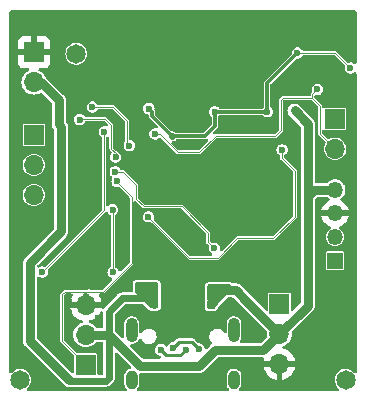
<source format=gbr>
%TF.GenerationSoftware,KiCad,Pcbnew,7.0.6-rc3*%
%TF.CreationDate,2023-07-14T23:43:47-04:00*%
%TF.ProjectId,esp,6573702e-6b69-4636-9164-5f7063625858,rev?*%
%TF.SameCoordinates,Original*%
%TF.FileFunction,Copper,L4,Bot*%
%TF.FilePolarity,Positive*%
%FSLAX46Y46*%
G04 Gerber Fmt 4.6, Leading zero omitted, Abs format (unit mm)*
G04 Created by KiCad (PCBNEW 7.0.6-rc3) date 2023-07-14 23:43:47*
%MOMM*%
%LPD*%
G01*
G04 APERTURE LIST*
%TA.AperFunction,ComponentPad*%
%ADD10O,1.000000X2.100000*%
%TD*%
%TA.AperFunction,ComponentPad*%
%ADD11O,1.000000X1.600000*%
%TD*%
%TA.AperFunction,ComponentPad*%
%ADD12R,1.700000X1.700000*%
%TD*%
%TA.AperFunction,ComponentPad*%
%ADD13O,1.700000X1.700000*%
%TD*%
%TA.AperFunction,ComponentPad*%
%ADD14C,1.650000*%
%TD*%
%TA.AperFunction,ComponentPad*%
%ADD15R,1.350000X1.350000*%
%TD*%
%TA.AperFunction,ComponentPad*%
%ADD16O,1.350000X1.350000*%
%TD*%
%TA.AperFunction,ViaPad*%
%ADD17C,0.600000*%
%TD*%
%TA.AperFunction,Conductor*%
%ADD18C,0.100000*%
%TD*%
%TA.AperFunction,Conductor*%
%ADD19C,0.300000*%
%TD*%
%TA.AperFunction,Conductor*%
%ADD20C,0.600000*%
%TD*%
%TA.AperFunction,Conductor*%
%ADD21C,0.781000*%
%TD*%
%TA.AperFunction,Conductor*%
%ADD22C,0.286000*%
%TD*%
G04 APERTURE END LIST*
D10*
%TO.P,P301,S1,SHIELD*%
%TO.N,unconnected-(P301-SHIELD-PadS1)*%
X113900000Y-90890000D03*
D11*
X113900000Y-95070000D03*
D10*
X122540000Y-90890000D03*
D11*
X122540000Y-95070000D03*
%TD*%
D12*
%TO.P,R101,1*%
%TO.N,+1V65*%
X131105000Y-73000000D03*
D13*
%TO.P,R101,2*%
%TO.N,/esp32/PHOTORESISTOR_IN*%
X131105000Y-75540000D03*
%TD*%
D14*
%TO.P,REF\u002A\u002A,*%
%TO.N,*%
X104440000Y-95100000D03*
%TD*%
%TO.P,REF\u002A\u002A,*%
%TO.N,*%
X109190000Y-67500000D03*
%TD*%
D15*
%TO.P,J104,1,Pin_1*%
%TO.N,/UART_TX*%
X131100000Y-85000000D03*
D16*
%TO.P,J104,2,Pin_2*%
%TO.N,/UART_RX*%
X131100000Y-83000000D03*
%TO.P,J104,3,Pin_3*%
%TO.N,GND*%
X131100000Y-81000000D03*
%TO.P,J104,4,Pin_4*%
%TO.N,+5V*%
X131100000Y-79000000D03*
%TD*%
D12*
%TO.P,J105,1,Pin_1*%
%TO.N,/D0*%
X105600000Y-74360000D03*
D13*
%TO.P,J105,2,Pin_2*%
%TO.N,/D1*%
X105600000Y-76900000D03*
%TO.P,J105,3,Pin_3*%
%TO.N,/D2*%
X105600000Y-79440000D03*
%TD*%
D14*
%TO.P,REF\u002A\u002A,*%
%TO.N,*%
X131990000Y-95100000D03*
%TD*%
D12*
%TO.P,J102,1,Pin_1*%
%TO.N,/SERVO_B*%
X126395000Y-88675000D03*
D13*
%TO.P,J102,2,Pin_2*%
%TO.N,+5V*%
X126395000Y-91215000D03*
%TO.P,J102,3,Pin_3*%
%TO.N,GND*%
X126395000Y-93755000D03*
%TD*%
D12*
%TO.P,J101,1,Pin_1*%
%TO.N,/SERVO_A*%
X109990000Y-93810000D03*
D13*
%TO.P,J101,2,Pin_2*%
%TO.N,+5V*%
X109990000Y-91270000D03*
%TO.P,J101,3,Pin_3*%
%TO.N,GND*%
X109990000Y-88730000D03*
%TD*%
D12*
%TO.P,J103,1,Pin_1*%
%TO.N,GND*%
X105600000Y-67360000D03*
D13*
%TO.P,J103,2,Pin_2*%
%TO.N,+5V*%
X105600000Y-69900000D03*
%TD*%
D17*
%TO.N,GND*%
X132000000Y-92703138D03*
X132000000Y-91203138D03*
X132000000Y-89703138D03*
X132000000Y-88203138D03*
X132000000Y-65703138D03*
X132000000Y-64203138D03*
X130500000Y-94203138D03*
X130500000Y-92703138D03*
X130500000Y-91203138D03*
X130500000Y-89703138D03*
X130500000Y-88203138D03*
X130500000Y-65703138D03*
X130500000Y-64203138D03*
X129000000Y-94203138D03*
X129000000Y-92703138D03*
X129000000Y-91203138D03*
X127500000Y-70203138D03*
X124500000Y-94203138D03*
X124500000Y-70203138D03*
X123000000Y-65703138D03*
X123000000Y-64203138D03*
X121500000Y-70203138D03*
X121500000Y-68703138D03*
X121500000Y-67203138D03*
X121500000Y-65703138D03*
X121500000Y-64203138D03*
X120000000Y-65703138D03*
X120000000Y-64203138D03*
X115500000Y-68703138D03*
X114000000Y-70203138D03*
X114000000Y-68703138D03*
X114000000Y-67203138D03*
X114000000Y-65703138D03*
X112500000Y-70203138D03*
X112500000Y-68703138D03*
X112500000Y-67203138D03*
X112500000Y-65703138D03*
X111000000Y-70203138D03*
X111000000Y-68703138D03*
X111000000Y-67203138D03*
X111000000Y-65703138D03*
X111000000Y-64203138D03*
X109500000Y-65703138D03*
X109500000Y-64203138D03*
X108000000Y-65703138D03*
X108000000Y-64203138D03*
X106500000Y-89703138D03*
X106500000Y-88203138D03*
X106500000Y-65703138D03*
X106500000Y-64203138D03*
X105000000Y-71703138D03*
X105000000Y-65703138D03*
X105000000Y-64203138D03*
X104150000Y-92480000D03*
X104150000Y-90040000D03*
X104150000Y-87880000D03*
%TO.N,+3V3*%
X132400000Y-68700000D03*
X115300000Y-81290000D03*
X120920000Y-72400000D03*
X125360000Y-72400000D03*
X115330000Y-72130000D03*
X126610000Y-75620000D03*
X127920000Y-67410000D03*
%TO.N,/esp32/PHOTORESISTOR_IN*%
X129600000Y-70500000D03*
X115850000Y-74270000D03*
%TO.N,/esp32/RESET*%
X106330000Y-85980000D03*
X111560000Y-74090000D03*
%TO.N,GND*%
X126810000Y-87330000D03*
X130400000Y-68700000D03*
X119180000Y-75150000D03*
X123910000Y-76270000D03*
X126350000Y-81160000D03*
X115550000Y-65720000D03*
X127090000Y-83740000D03*
X115810000Y-66400000D03*
X124770000Y-81190000D03*
X115260000Y-82300000D03*
X109920000Y-79940000D03*
X121040000Y-78160000D03*
X117510000Y-64970000D03*
X112480000Y-79510000D03*
X116150000Y-76300000D03*
X119170000Y-71560000D03*
X115350000Y-64200000D03*
X119440000Y-73200000D03*
X115220000Y-95270000D03*
X122110000Y-86280000D03*
X117500000Y-79000000D03*
X121470000Y-81090000D03*
X115950000Y-85030000D03*
X112900000Y-85330000D03*
X119800000Y-88400000D03*
X111640000Y-88250000D03*
X121170000Y-85420000D03*
X121900000Y-75000000D03*
X112750000Y-75290000D03*
X115240000Y-92800000D03*
X116340000Y-71590000D03*
X109530000Y-85150000D03*
X116770000Y-81840000D03*
X116920000Y-68940000D03*
X118160000Y-82700000D03*
X119990000Y-70490000D03*
X111620000Y-84990000D03*
X117810000Y-84740000D03*
X119910000Y-69870000D03*
X111040000Y-89830000D03*
X116530000Y-95280000D03*
X117500000Y-77690000D03*
X112950000Y-93930000D03*
X116260000Y-81150000D03*
X110710000Y-74030000D03*
X113000000Y-81130000D03*
X117190000Y-81110000D03*
X126550000Y-78420000D03*
X108040000Y-85150000D03*
X106550000Y-86800000D03*
X120100000Y-73320000D03*
X125030000Y-85490000D03*
X117840000Y-65670000D03*
X127050000Y-80020000D03*
X121930000Y-75970000D03*
X107040000Y-77050000D03*
X129500000Y-69500000D03*
X109920000Y-76890000D03*
X125150000Y-77880000D03*
X121449500Y-79420000D03*
X116660000Y-70470000D03*
X119200000Y-72430000D03*
X111080000Y-92480000D03*
X124070000Y-84890000D03*
X108560000Y-89350000D03*
X119640000Y-69100000D03*
X118920000Y-68280000D03*
X125580000Y-82180000D03*
X108600000Y-88380000D03*
X124020000Y-82180000D03*
X107040000Y-74040000D03*
X116670000Y-67550000D03*
X116770000Y-69700000D03*
X119800000Y-87000000D03*
X116150000Y-79000000D03*
X113390000Y-89380000D03*
X122340000Y-88420000D03*
X120000000Y-84060000D03*
X108620000Y-91010000D03*
X122130000Y-78380000D03*
X122890000Y-76280000D03*
X116910000Y-68230000D03*
X119760000Y-95300000D03*
X116700000Y-88600000D03*
X116220000Y-66990000D03*
X123920000Y-81160000D03*
X123160000Y-81140000D03*
X108660000Y-72900000D03*
X119560000Y-68410000D03*
X121110000Y-95260000D03*
X131400000Y-68700000D03*
X114750000Y-89010000D03*
X118090000Y-95260000D03*
X123120000Y-84020000D03*
X114800000Y-77690000D03*
X117440000Y-64220000D03*
X125560000Y-81180000D03*
X116040000Y-70940000D03*
X122930000Y-93700000D03*
X114000000Y-89000000D03*
X109950000Y-71440000D03*
X126990000Y-79150000D03*
X117500000Y-76300000D03*
X118640000Y-66910000D03*
X125730000Y-84080000D03*
X118280000Y-66260000D03*
X129930000Y-82150000D03*
X119000000Y-88400000D03*
X122990000Y-89200000D03*
X116150000Y-77690000D03*
X119400000Y-87600000D03*
X115760000Y-83850000D03*
X122300000Y-89200000D03*
X114800000Y-76300000D03*
X122330000Y-81160000D03*
X132280000Y-74440000D03*
X115400000Y-64930000D03*
X123060000Y-71300000D03*
X119930000Y-81160000D03*
X106500000Y-94500000D03*
X118830000Y-67580000D03*
X125920000Y-78290000D03*
X114800000Y-79000000D03*
X117000000Y-87700000D03*
X111680000Y-83810000D03*
X129930000Y-84410000D03*
X113060000Y-83850000D03*
X107000000Y-79150000D03*
X119410000Y-70840000D03*
%TO.N,+5V*%
X121790000Y-87530000D03*
X127670000Y-72290000D03*
X115770000Y-88740000D03*
X115770000Y-87300000D03*
X120670000Y-88750000D03*
X114570000Y-87350000D03*
X120670000Y-87300000D03*
%TO.N,/power-usb/NOFILTER_D+*%
X117419317Y-92389317D03*
X119540000Y-92510000D03*
%TO.N,/power-usb/NOFILTER_D-*%
X116340000Y-92560000D03*
X118460000Y-92560000D03*
%TO.N,/esp32/BOOT*%
X112260000Y-80690000D03*
X112300000Y-85980000D03*
%TO.N,/SERVO_A*%
X112650000Y-78300000D03*
%TO.N,/SERVO_B*%
X120880000Y-83950000D03*
X112490000Y-77480000D03*
%TO.N,/D0*%
X110550000Y-72010000D03*
X113680000Y-75260000D03*
%TO.N,/D1*%
X109480000Y-73060000D03*
X112520000Y-76230000D03*
%TD*%
D18*
%TO.N,+3V3*%
X127690000Y-77380000D02*
X126610000Y-76300000D01*
X125880000Y-83110000D02*
X127690000Y-81300000D01*
X127690000Y-81300000D02*
X127690000Y-77380000D01*
D19*
X125360000Y-69970000D02*
X127920000Y-67410000D01*
D20*
X117285000Y-74435000D02*
X117325000Y-74475000D01*
D19*
X120920000Y-73620000D02*
X120920000Y-72400000D01*
X115600000Y-72400000D02*
X115600000Y-72750000D01*
D18*
X115300000Y-81290000D02*
X118770000Y-84760000D01*
D19*
X117325000Y-74475000D02*
X120065000Y-74475000D01*
X120065000Y-74475000D02*
X120920000Y-73620000D01*
D18*
X127920000Y-67410000D02*
X131110000Y-67410000D01*
X121190000Y-84760000D02*
X122840000Y-83110000D01*
D19*
X125360000Y-72400000D02*
X120920000Y-72400000D01*
X115600000Y-72750000D02*
X117285000Y-74435000D01*
X115330000Y-72130000D02*
X115600000Y-72400000D01*
D18*
X122840000Y-83110000D02*
X125880000Y-83110000D01*
D19*
X125360000Y-72400000D02*
X125360000Y-69970000D01*
D18*
X126610000Y-76300000D02*
X126610000Y-75620000D01*
X131110000Y-67410000D02*
X132400000Y-68700000D01*
X118770000Y-84760000D02*
X121190000Y-84760000D01*
%TO.N,/esp32/PHOTORESISTOR_IN*%
X129840000Y-74275000D02*
X131105000Y-75540000D01*
X117803604Y-75820000D02*
X119616396Y-75820000D01*
X126540000Y-73940000D02*
X126540000Y-71390000D01*
X126030000Y-74450000D02*
X126540000Y-73940000D01*
X116253604Y-74270000D02*
X117803604Y-75820000D01*
X129190000Y-71230000D02*
X129190000Y-70910000D01*
X115850000Y-74270000D02*
X116253604Y-74270000D01*
X119616396Y-75820000D02*
X120986396Y-74450000D01*
X129190000Y-70910000D02*
X129600000Y-70500000D01*
X120986396Y-74450000D02*
X126030000Y-74450000D01*
X129190000Y-71230000D02*
X129840000Y-71880000D01*
X126700000Y-71230000D02*
X129190000Y-71230000D01*
X126540000Y-71390000D02*
X126700000Y-71230000D01*
X129840000Y-71880000D02*
X129840000Y-74275000D01*
%TO.N,/esp32/RESET*%
X111560000Y-80750000D02*
X111560000Y-74090000D01*
X106330000Y-85980000D02*
X111560000Y-80750000D01*
D20*
%TO.N,+5V*%
X111740000Y-95160000D02*
X108640000Y-95160000D01*
D21*
X120918920Y-92600000D02*
X119618920Y-93900000D01*
X128800000Y-73420000D02*
X127670000Y-72290000D01*
X115230000Y-88200000D02*
X115230000Y-88010000D01*
X125010000Y-92600000D02*
X126395000Y-91215000D01*
X107710000Y-73450642D02*
X107930500Y-73671142D01*
X105290000Y-91810000D02*
X108580000Y-95100000D01*
X128800000Y-79560000D02*
X129360000Y-79000000D01*
D20*
X113060000Y-88200000D02*
X111942200Y-89317800D01*
D21*
X120918920Y-92600000D02*
X125010000Y-92600000D01*
X107710000Y-71390000D02*
X107710000Y-73450642D01*
X105600000Y-69900000D02*
X106220000Y-69900000D01*
D20*
X108640000Y-95160000D02*
X108640000Y-95100000D01*
D21*
X115230000Y-88010000D02*
X114570000Y-87350000D01*
X129360000Y-79000000D02*
X131100000Y-79000000D01*
X107930500Y-82529500D02*
X105290000Y-85170000D01*
D20*
X115770000Y-88740000D02*
X115230000Y-88200000D01*
D21*
X111942200Y-91270000D02*
X109990000Y-91270000D01*
X105290000Y-85170000D02*
X105290000Y-91810000D01*
X114572200Y-93900000D02*
X111942200Y-91270000D01*
D20*
X111942200Y-94957800D02*
X111740000Y-95160000D01*
D21*
X123580000Y-88400000D02*
X126395000Y-91215000D01*
D20*
X108640000Y-95100000D02*
X108580000Y-95100000D01*
D21*
X107930500Y-73671142D02*
X107930500Y-82529500D01*
D20*
X115230000Y-88200000D02*
X113060000Y-88200000D01*
X111942200Y-89317800D02*
X111942200Y-91270000D01*
D21*
X106220000Y-69900000D02*
X107710000Y-71390000D01*
X128800000Y-88810000D02*
X128800000Y-79560000D01*
D20*
X111942200Y-91270000D02*
X111942200Y-94957800D01*
D21*
X128800000Y-79560000D02*
X128800000Y-73420000D01*
X119618920Y-93900000D02*
X114572200Y-93900000D01*
X122710000Y-87530000D02*
X123580000Y-88400000D01*
X121790000Y-87530000D02*
X122710000Y-87530000D01*
X126395000Y-91215000D02*
X128800000Y-88810000D01*
D22*
%TO.N,/power-usb/NOFILTER_D+*%
X117891634Y-91917000D02*
X118947000Y-91917000D01*
X117419317Y-92389317D02*
X117891634Y-91917000D01*
X118947000Y-91917000D02*
X119540000Y-92510000D01*
%TO.N,/power-usb/NOFILTER_D-*%
X117987683Y-93032317D02*
X118460000Y-92560000D01*
X116340000Y-92560000D02*
X116812317Y-93032317D01*
X116812317Y-93032317D02*
X117987683Y-93032317D01*
D18*
%TO.N,/esp32/BOOT*%
X112300000Y-85980000D02*
X112300000Y-80730000D01*
X112300000Y-80730000D02*
X112260000Y-80690000D01*
%TO.N,/SERVO_A*%
X113880000Y-85190000D02*
X111440000Y-87630000D01*
X112650000Y-78300000D02*
X112650000Y-78350000D01*
X108000000Y-91820000D02*
X109990000Y-93810000D01*
X111440000Y-87630000D02*
X108230000Y-87630000D01*
X108000000Y-87860000D02*
X108000000Y-91820000D01*
X108230000Y-87630000D02*
X108000000Y-87860000D01*
X112650000Y-78350000D02*
X113880000Y-79580000D01*
X113880000Y-79580000D02*
X113880000Y-85190000D01*
%TO.N,/SERVO_B*%
X113140000Y-77480000D02*
X114230000Y-78570000D01*
X113140000Y-77480000D02*
X112490000Y-77480000D01*
X114230000Y-78570000D02*
X114230000Y-79750000D01*
X120345000Y-82625000D02*
X120345000Y-83415000D01*
X120345000Y-82625000D02*
X118130000Y-80410000D01*
X114890000Y-80410000D02*
X118130000Y-80410000D01*
X114230000Y-79750000D02*
X114890000Y-80410000D01*
X120345000Y-83415000D02*
X120880000Y-83950000D01*
%TO.N,/D0*%
X112340000Y-72010000D02*
X110550000Y-72010000D01*
X113480000Y-75060000D02*
X113480000Y-73150000D01*
X113680000Y-75260000D02*
X113480000Y-75060000D01*
X113480000Y-73150000D02*
X112340000Y-72010000D01*
%TO.N,/D1*%
X112140000Y-75520000D02*
X112140000Y-73510000D01*
X112520000Y-75900000D02*
X112140000Y-75520000D01*
X112520000Y-76230000D02*
X112520000Y-75900000D01*
X112140000Y-73510000D02*
X111660000Y-73030000D01*
X111660000Y-73030000D02*
X109510000Y-73030000D01*
X109510000Y-73030000D02*
X109480000Y-73060000D01*
%TD*%
%TA.AperFunction,Conductor*%
%TO.N,GND*%
G36*
X132862539Y-63839685D02*
G01*
X132908294Y-63892489D01*
X132919500Y-63944000D01*
X132919500Y-68236296D01*
X132899815Y-68303335D01*
X132847011Y-68349090D01*
X132777853Y-68359034D01*
X132726777Y-68335711D01*
X132725357Y-68337922D01*
X132601661Y-68258427D01*
X132601656Y-68258425D01*
X132469087Y-68219500D01*
X132469085Y-68219500D01*
X132330915Y-68219500D01*
X132330911Y-68219500D01*
X132248002Y-68243844D01*
X132178132Y-68243844D01*
X132125387Y-68212548D01*
X131187903Y-67275064D01*
X131183859Y-67273981D01*
X131153950Y-67261591D01*
X131150327Y-67259499D01*
X131055241Y-67259499D01*
X131055233Y-67259500D01*
X128459194Y-67259500D01*
X128392155Y-67239815D01*
X128346400Y-67187012D01*
X128328379Y-67147551D01*
X128237896Y-67043128D01*
X128237893Y-67043126D01*
X128237891Y-67043124D01*
X128121661Y-66968427D01*
X128121656Y-66968425D01*
X127989087Y-66929500D01*
X127989085Y-66929500D01*
X127850915Y-66929500D01*
X127850912Y-66929500D01*
X127718343Y-66968425D01*
X127718338Y-66968427D01*
X127602108Y-67043124D01*
X127602106Y-67043126D01*
X127511621Y-67147551D01*
X127511620Y-67147552D01*
X127454222Y-67273234D01*
X127434559Y-67410000D01*
X127442215Y-67463253D01*
X127432271Y-67532411D01*
X127407158Y-67568580D01*
X125208955Y-69766783D01*
X125190169Y-69782201D01*
X125179403Y-69789394D01*
X125179397Y-69789400D01*
X125143942Y-69842463D01*
X125124034Y-69872258D01*
X125124032Y-69872264D01*
X125104592Y-69969997D01*
X125104592Y-69969999D01*
X125107117Y-69982692D01*
X125109500Y-70006885D01*
X125109500Y-71922105D01*
X125089815Y-71989144D01*
X125052543Y-72026418D01*
X125042107Y-72033124D01*
X125042105Y-72033126D01*
X124978351Y-72106703D01*
X124919572Y-72144477D01*
X124884638Y-72149500D01*
X121395362Y-72149500D01*
X121328323Y-72129815D01*
X121301649Y-72106703D01*
X121237894Y-72033126D01*
X121237891Y-72033124D01*
X121121661Y-71958427D01*
X121121656Y-71958425D01*
X120989087Y-71919500D01*
X120989085Y-71919500D01*
X120850915Y-71919500D01*
X120850912Y-71919500D01*
X120718343Y-71958425D01*
X120718338Y-71958427D01*
X120602108Y-72033124D01*
X120602106Y-72033126D01*
X120511621Y-72137551D01*
X120511620Y-72137552D01*
X120454222Y-72263234D01*
X120434559Y-72400000D01*
X120454222Y-72536765D01*
X120504218Y-72646239D01*
X120511621Y-72662449D01*
X120587486Y-72750002D01*
X120602105Y-72766873D01*
X120606577Y-72769746D01*
X120612535Y-72773576D01*
X120658292Y-72826377D01*
X120669500Y-72877893D01*
X120669500Y-73464877D01*
X120649815Y-73531916D01*
X120633181Y-73552558D01*
X119997559Y-74188181D01*
X119936236Y-74221666D01*
X119909878Y-74224500D01*
X117692256Y-74224500D01*
X117625217Y-74204815D01*
X117604575Y-74188182D01*
X117577691Y-74161298D01*
X117545909Y-74129516D01*
X117545905Y-74129513D01*
X117545902Y-74129510D01*
X117469091Y-74073705D01*
X117469092Y-74073705D01*
X117469090Y-74073704D01*
X117408761Y-74054102D01*
X117348434Y-74034500D01*
X117348433Y-74034500D01*
X117290123Y-74034500D01*
X117223084Y-74014815D01*
X117202442Y-73998181D01*
X115886819Y-72682557D01*
X115853334Y-72621234D01*
X115850500Y-72594876D01*
X115850500Y-72436890D01*
X115852883Y-72412696D01*
X115855409Y-72400000D01*
X115835966Y-72302260D01*
X115825090Y-72285983D01*
X115804213Y-72219307D01*
X115805454Y-72199452D01*
X115815441Y-72130000D01*
X115795777Y-71993235D01*
X115795190Y-71991950D01*
X115755947Y-71906020D01*
X115738379Y-71867551D01*
X115647896Y-71763128D01*
X115647893Y-71763126D01*
X115647891Y-71763124D01*
X115531661Y-71688427D01*
X115531656Y-71688425D01*
X115399087Y-71649500D01*
X115399085Y-71649500D01*
X115260915Y-71649500D01*
X115260912Y-71649500D01*
X115128343Y-71688425D01*
X115128338Y-71688427D01*
X115012108Y-71763124D01*
X115012106Y-71763126D01*
X115012104Y-71763127D01*
X115012104Y-71763128D01*
X114978340Y-71802094D01*
X114921621Y-71867551D01*
X114921620Y-71867552D01*
X114864222Y-71993234D01*
X114844559Y-72130000D01*
X114864222Y-72266765D01*
X114921620Y-72392447D01*
X114921621Y-72392449D01*
X115012104Y-72496872D01*
X115012106Y-72496873D01*
X115012108Y-72496875D01*
X115128338Y-72571572D01*
X115128343Y-72571574D01*
X115257385Y-72609464D01*
X115316164Y-72647238D01*
X115345189Y-72710794D01*
X115344466Y-72737788D01*
X115344592Y-72737788D01*
X115344592Y-72750002D01*
X115364032Y-72847739D01*
X115375464Y-72864847D01*
X115375465Y-72864848D01*
X115419399Y-72930601D01*
X115430168Y-72937796D01*
X115448957Y-72953217D01*
X116093912Y-73598172D01*
X116127397Y-73659495D01*
X116122413Y-73729187D01*
X116080541Y-73785120D01*
X116015077Y-73809537D01*
X115971297Y-73804830D01*
X115919087Y-73789500D01*
X115919085Y-73789500D01*
X115780915Y-73789500D01*
X115780912Y-73789500D01*
X115648343Y-73828425D01*
X115648338Y-73828427D01*
X115532108Y-73903124D01*
X115532106Y-73903126D01*
X115532104Y-73903127D01*
X115532104Y-73903128D01*
X115514866Y-73923022D01*
X115441621Y-74007551D01*
X115441620Y-74007552D01*
X115384222Y-74133234D01*
X115364559Y-74270000D01*
X115384222Y-74406765D01*
X115439545Y-74527903D01*
X115441621Y-74532449D01*
X115532104Y-74636872D01*
X115532106Y-74636873D01*
X115532108Y-74636875D01*
X115648338Y-74711572D01*
X115648343Y-74711574D01*
X115751220Y-74741780D01*
X115765119Y-74745862D01*
X115780912Y-74750499D01*
X115780914Y-74750500D01*
X115780915Y-74750500D01*
X115919086Y-74750500D01*
X115919086Y-74750499D01*
X116051659Y-74711573D01*
X116052606Y-74710965D01*
X116167891Y-74636875D01*
X116167890Y-74636875D01*
X116167896Y-74636872D01*
X116191976Y-74609081D01*
X116250752Y-74571308D01*
X116320622Y-74571308D01*
X116373369Y-74602604D01*
X117651227Y-75880461D01*
X117651228Y-75880463D01*
X117651229Y-75880463D01*
X117668669Y-75897903D01*
X117668669Y-75897904D01*
X117725700Y-75954935D01*
X117729739Y-75956017D01*
X117759653Y-75968408D01*
X117762029Y-75969779D01*
X117763277Y-75970500D01*
X117843930Y-75970501D01*
X117843932Y-75970500D01*
X119576069Y-75970500D01*
X119656723Y-75970500D01*
X119660339Y-75968411D01*
X119690258Y-75956017D01*
X119694300Y-75954935D01*
X119751331Y-75897905D01*
X119751331Y-75897904D01*
X119768767Y-75880469D01*
X119768773Y-75880461D01*
X121012415Y-74636819D01*
X121073739Y-74603334D01*
X121100097Y-74600500D01*
X126070326Y-74600500D01*
X126070327Y-74600500D01*
X126073943Y-74598411D01*
X126103862Y-74586017D01*
X126107904Y-74584935D01*
X126164935Y-74527905D01*
X126164935Y-74527904D01*
X126182371Y-74510469D01*
X126182375Y-74510462D01*
X126660430Y-74032409D01*
X126674935Y-74017904D01*
X126676017Y-74013864D01*
X126688411Y-73983944D01*
X126690500Y-73980327D01*
X126690501Y-73899674D01*
X126690500Y-73899673D01*
X126690500Y-73875015D01*
X126690499Y-73875005D01*
X126690500Y-71504500D01*
X126710185Y-71437460D01*
X126762989Y-71391706D01*
X126814500Y-71380500D01*
X129076299Y-71380500D01*
X129143338Y-71400185D01*
X129163980Y-71416819D01*
X129653180Y-71906020D01*
X129686665Y-71967343D01*
X129689499Y-71993701D01*
X129689500Y-74234673D01*
X129689500Y-74315327D01*
X129691593Y-74318953D01*
X129703980Y-74348857D01*
X129705063Y-74352902D01*
X129705065Y-74352904D01*
X129779532Y-74427373D01*
X129779538Y-74427377D01*
X130263485Y-74911324D01*
X130296970Y-74972647D01*
X130291986Y-75042339D01*
X130285163Y-75057457D01*
X130222603Y-75174499D01*
X130168253Y-75353666D01*
X130168252Y-75353668D01*
X130149901Y-75540000D01*
X130168252Y-75726331D01*
X130168253Y-75726333D01*
X130222604Y-75905502D01*
X130310862Y-76070623D01*
X130310864Y-76070626D01*
X130429642Y-76215357D01*
X130574373Y-76334135D01*
X130574376Y-76334137D01*
X130739497Y-76422395D01*
X130739499Y-76422396D01*
X130918666Y-76476746D01*
X130918668Y-76476747D01*
X130935374Y-76478392D01*
X131105000Y-76495099D01*
X131291331Y-76476747D01*
X131470501Y-76422396D01*
X131635625Y-76334136D01*
X131780357Y-76215357D01*
X131899136Y-76070625D01*
X131987396Y-75905501D01*
X132041747Y-75726331D01*
X132060099Y-75540000D01*
X132043392Y-75370374D01*
X132041747Y-75353668D01*
X132041746Y-75353666D01*
X132020145Y-75282457D01*
X131987396Y-75174499D01*
X131959995Y-75123235D01*
X131899137Y-75009376D01*
X131899135Y-75009373D01*
X131780357Y-74864642D01*
X131635626Y-74745864D01*
X131635623Y-74745862D01*
X131470502Y-74657604D01*
X131291333Y-74603253D01*
X131291331Y-74603252D01*
X131105000Y-74584901D01*
X130918668Y-74603252D01*
X130918666Y-74603253D01*
X130739499Y-74657603D01*
X130622457Y-74720163D01*
X130554055Y-74734404D01*
X130488811Y-74709403D01*
X130476324Y-74698485D01*
X130026819Y-74248979D01*
X129993334Y-74187656D01*
X129990500Y-74161298D01*
X129990500Y-74026125D01*
X130010185Y-73959086D01*
X130062989Y-73913331D01*
X130132147Y-73903387D01*
X130183388Y-73923021D01*
X130215787Y-73944669D01*
X130215790Y-73944669D01*
X130215791Y-73944670D01*
X130225647Y-73946630D01*
X130245101Y-73950500D01*
X131964898Y-73950499D01*
X131994213Y-73944669D01*
X132027457Y-73922457D01*
X132049669Y-73889213D01*
X132055500Y-73859899D01*
X132055499Y-72140102D01*
X132049669Y-72110787D01*
X132041028Y-72097854D01*
X132027457Y-72077542D01*
X131994214Y-72055332D01*
X131994215Y-72055332D01*
X131994213Y-72055331D01*
X131994211Y-72055330D01*
X131994208Y-72055329D01*
X131964901Y-72049500D01*
X130245105Y-72049500D01*
X130245097Y-72049501D01*
X130215787Y-72055330D01*
X130183388Y-72076978D01*
X130116710Y-72097854D01*
X130049330Y-72079368D01*
X130002642Y-72027387D01*
X129990500Y-71973874D01*
X129990500Y-71839673D01*
X129990499Y-71839672D01*
X129988408Y-71836050D01*
X129976017Y-71806137D01*
X129974935Y-71802096D01*
X129959851Y-71787012D01*
X129910845Y-71738004D01*
X129910830Y-71737991D01*
X129376819Y-71203980D01*
X129343334Y-71142657D01*
X129340500Y-71116299D01*
X129340500Y-71090234D01*
X129360185Y-71023195D01*
X129412989Y-70977440D01*
X129482147Y-70967496D01*
X129499434Y-70971257D01*
X129530912Y-70980499D01*
X129530914Y-70980500D01*
X129530915Y-70980500D01*
X129669086Y-70980500D01*
X129669086Y-70980499D01*
X129790982Y-70944708D01*
X129801656Y-70941574D01*
X129801657Y-70941573D01*
X129801659Y-70941573D01*
X129917896Y-70866872D01*
X130008379Y-70762449D01*
X130065777Y-70636765D01*
X130085441Y-70500000D01*
X130065777Y-70363235D01*
X130008379Y-70237551D01*
X129917896Y-70133128D01*
X129917893Y-70133126D01*
X129917891Y-70133124D01*
X129801661Y-70058427D01*
X129801656Y-70058425D01*
X129669087Y-70019500D01*
X129669085Y-70019500D01*
X129530915Y-70019500D01*
X129530912Y-70019500D01*
X129398343Y-70058425D01*
X129398338Y-70058427D01*
X129282108Y-70133124D01*
X129282106Y-70133126D01*
X129191621Y-70237551D01*
X129191620Y-70237552D01*
X129134222Y-70363234D01*
X129114559Y-70500000D01*
X129134222Y-70636766D01*
X129134880Y-70638205D01*
X129135105Y-70639770D01*
X129136721Y-70645274D01*
X129135929Y-70645506D01*
X129144821Y-70707364D01*
X129115795Y-70770918D01*
X129109765Y-70777394D01*
X129055066Y-70832092D01*
X129055065Y-70832094D01*
X129053980Y-70836145D01*
X129041596Y-70866042D01*
X129039500Y-70869671D01*
X129039499Y-70869674D01*
X129039499Y-70955501D01*
X129019814Y-71022540D01*
X128967009Y-71068295D01*
X128915499Y-71079500D01*
X126659672Y-71079500D01*
X126656043Y-71081595D01*
X126626147Y-71093979D01*
X126622097Y-71095064D01*
X126565067Y-71152092D01*
X126565065Y-71152094D01*
X126565065Y-71152095D01*
X126565064Y-71152096D01*
X126513181Y-71203980D01*
X126462096Y-71255065D01*
X126405065Y-71312095D01*
X126403980Y-71316145D01*
X126391596Y-71346042D01*
X126389500Y-71349671D01*
X126389499Y-71349674D01*
X126389499Y-73826299D01*
X126369814Y-73893338D01*
X126353180Y-73913980D01*
X126003980Y-74263181D01*
X125942657Y-74296666D01*
X125916299Y-74299500D01*
X120946068Y-74299500D01*
X120942439Y-74301595D01*
X120912547Y-74313978D01*
X120905679Y-74315819D01*
X120835829Y-74314163D01*
X120777963Y-74275006D01*
X120750452Y-74210780D01*
X120762032Y-74141877D01*
X120785891Y-74108368D01*
X121071051Y-73823208D01*
X121089836Y-73807792D01*
X121100601Y-73800601D01*
X121126427Y-73761950D01*
X121155966Y-73717740D01*
X121175409Y-73620000D01*
X121172883Y-73607301D01*
X121170500Y-73583109D01*
X121170500Y-72877893D01*
X121190185Y-72810854D01*
X121227463Y-72773576D01*
X121237896Y-72766872D01*
X121301649Y-72693296D01*
X121360428Y-72655523D01*
X121395362Y-72650500D01*
X124884638Y-72650500D01*
X124951677Y-72670185D01*
X124978351Y-72693297D01*
X125042105Y-72766873D01*
X125042108Y-72766875D01*
X125158338Y-72841572D01*
X125158343Y-72841574D01*
X125237605Y-72864847D01*
X125287509Y-72879500D01*
X125290912Y-72880499D01*
X125290914Y-72880500D01*
X125290915Y-72880500D01*
X125429086Y-72880500D01*
X125429086Y-72880499D01*
X125540653Y-72847741D01*
X125561656Y-72841574D01*
X125561657Y-72841573D01*
X125561659Y-72841573D01*
X125585305Y-72826377D01*
X125677891Y-72766875D01*
X125677890Y-72766875D01*
X125677896Y-72766872D01*
X125768379Y-72662449D01*
X125825777Y-72536765D01*
X125845441Y-72400000D01*
X125827102Y-72272448D01*
X125825777Y-72263234D01*
X125769544Y-72140102D01*
X125768379Y-72137551D01*
X125677896Y-72033128D01*
X125677895Y-72033127D01*
X125667458Y-72026420D01*
X125621704Y-71973615D01*
X125610499Y-71922109D01*
X125610499Y-70125120D01*
X125630184Y-70058082D01*
X125646813Y-70037445D01*
X127757440Y-67926819D01*
X127818764Y-67893334D01*
X127845122Y-67890500D01*
X127989086Y-67890500D01*
X127989086Y-67890499D01*
X128121659Y-67851573D01*
X128237896Y-67776872D01*
X128328379Y-67672449D01*
X128346400Y-67632987D01*
X128392155Y-67580184D01*
X128459194Y-67560500D01*
X130996299Y-67560500D01*
X131063338Y-67580185D01*
X131083980Y-67596819D01*
X131909765Y-68422604D01*
X131943250Y-68483927D01*
X131938266Y-68553619D01*
X131934884Y-68561784D01*
X131934225Y-68563225D01*
X131934222Y-68563235D01*
X131914559Y-68700000D01*
X131934222Y-68836765D01*
X131982902Y-68943358D01*
X131991621Y-68962449D01*
X132082104Y-69066872D01*
X132082106Y-69066873D01*
X132082108Y-69066875D01*
X132198338Y-69141572D01*
X132198343Y-69141574D01*
X132330912Y-69180499D01*
X132330914Y-69180500D01*
X132330915Y-69180500D01*
X132469086Y-69180500D01*
X132469086Y-69180499D01*
X132601659Y-69141573D01*
X132601661Y-69141572D01*
X132725357Y-69062078D01*
X132726779Y-69064291D01*
X132777845Y-69040966D01*
X132847004Y-69050905D01*
X132899811Y-69096656D01*
X132919500Y-69163695D01*
X132919500Y-94426144D01*
X132899815Y-94493183D01*
X132847011Y-94538938D01*
X132777853Y-94548882D01*
X132714297Y-94519857D01*
X132703350Y-94509116D01*
X132612697Y-94408435D01*
X132612694Y-94408433D01*
X132612693Y-94408432D01*
X132612692Y-94408431D01*
X132511571Y-94334962D01*
X132455297Y-94294076D01*
X132318848Y-94233326D01*
X132277571Y-94214949D01*
X132277569Y-94214948D01*
X132087274Y-94174500D01*
X131892726Y-94174500D01*
X131702431Y-94214948D01*
X131524702Y-94294076D01*
X131367305Y-94408433D01*
X131367302Y-94408435D01*
X131237129Y-94553009D01*
X131139857Y-94721488D01*
X131139856Y-94721489D01*
X131079738Y-94906516D01*
X131059402Y-95099999D01*
X131079738Y-95293483D01*
X131139856Y-95478510D01*
X131139857Y-95478511D01*
X131202708Y-95587371D01*
X131237130Y-95646992D01*
X131263393Y-95676160D01*
X131367302Y-95791564D01*
X131367311Y-95791571D01*
X131386045Y-95805183D01*
X131428711Y-95860513D01*
X131434689Y-95930126D01*
X131402083Y-95991921D01*
X131341243Y-96026278D01*
X131313159Y-96029500D01*
X123072156Y-96029500D01*
X123005117Y-96009815D01*
X122959362Y-95957011D01*
X122949418Y-95887853D01*
X122978443Y-95824297D01*
X122981764Y-95820616D01*
X123054136Y-95743547D01*
X123054135Y-95743547D01*
X123054139Y-95743544D01*
X123130883Y-95603947D01*
X123170500Y-95449651D01*
X123170500Y-94730334D01*
X123169382Y-94721488D01*
X123161551Y-94659500D01*
X123155545Y-94611955D01*
X123096903Y-94463840D01*
X123003268Y-94334963D01*
X122880524Y-94233420D01*
X122880522Y-94233419D01*
X122880521Y-94233418D01*
X122736384Y-94165593D01*
X122579904Y-94135743D01*
X122579900Y-94135743D01*
X122420915Y-94145746D01*
X122269414Y-94194971D01*
X122237936Y-94214948D01*
X122134910Y-94280330D01*
X122134908Y-94280332D01*
X122134905Y-94280334D01*
X122025863Y-94396452D01*
X122025857Y-94396460D01*
X121949118Y-94536049D01*
X121949115Y-94536057D01*
X121909500Y-94690346D01*
X121909500Y-95409675D01*
X121924454Y-95528039D01*
X121924456Y-95528048D01*
X121980633Y-95669938D01*
X121983097Y-95676160D01*
X122076732Y-95805037D01*
X122076733Y-95805038D01*
X122076734Y-95805039D01*
X122076737Y-95805042D01*
X122082679Y-95809958D01*
X122121786Y-95867858D01*
X122123381Y-95937709D01*
X122086958Y-95997335D01*
X122024082Y-96027803D01*
X122003637Y-96029500D01*
X114432156Y-96029500D01*
X114365117Y-96009815D01*
X114319362Y-95957011D01*
X114309418Y-95887853D01*
X114338443Y-95824297D01*
X114341764Y-95820616D01*
X114414136Y-95743547D01*
X114414135Y-95743547D01*
X114414139Y-95743544D01*
X114490883Y-95603947D01*
X114530500Y-95449651D01*
X114530500Y-94730334D01*
X114529382Y-94721488D01*
X114517893Y-94630542D01*
X114529019Y-94561564D01*
X114575672Y-94509552D01*
X114640915Y-94491000D01*
X119576113Y-94491000D01*
X119584214Y-94491531D01*
X119618919Y-94496100D01*
X119618920Y-94496100D01*
X119618921Y-94496100D01*
X119641077Y-94493183D01*
X119773202Y-94475789D01*
X119845086Y-94446013D01*
X119916970Y-94416238D01*
X120040426Y-94321506D01*
X120061740Y-94293727D01*
X120067081Y-94287637D01*
X121127400Y-93227319D01*
X121188724Y-93193834D01*
X121215082Y-93191000D01*
X124967193Y-93191000D01*
X124975294Y-93191531D01*
X125002274Y-93195083D01*
X125066171Y-93223349D01*
X125104643Y-93281673D01*
X125105865Y-93350116D01*
X125064364Y-93504999D01*
X125064364Y-93505000D01*
X125961314Y-93505000D01*
X125935507Y-93545156D01*
X125895000Y-93683111D01*
X125895000Y-93826889D01*
X125935507Y-93964844D01*
X125961314Y-94005000D01*
X125064364Y-94005000D01*
X125121567Y-94218486D01*
X125121570Y-94218492D01*
X125221399Y-94432578D01*
X125356894Y-94626082D01*
X125523917Y-94793105D01*
X125717421Y-94928600D01*
X125931507Y-95028429D01*
X125931516Y-95028433D01*
X126145000Y-95085634D01*
X126145000Y-94190501D01*
X126252685Y-94239680D01*
X126359237Y-94255000D01*
X126430763Y-94255000D01*
X126537315Y-94239680D01*
X126645000Y-94190501D01*
X126645000Y-95085633D01*
X126858483Y-95028433D01*
X126858492Y-95028429D01*
X127072578Y-94928600D01*
X127266082Y-94793105D01*
X127433105Y-94626082D01*
X127568600Y-94432578D01*
X127668429Y-94218492D01*
X127668432Y-94218486D01*
X127725636Y-94005000D01*
X126828686Y-94005000D01*
X126854493Y-93964844D01*
X126895000Y-93826889D01*
X126895000Y-93683111D01*
X126854493Y-93545156D01*
X126828686Y-93505000D01*
X127725636Y-93505000D01*
X127725635Y-93504999D01*
X127668432Y-93291513D01*
X127668429Y-93291507D01*
X127568600Y-93077422D01*
X127568599Y-93077420D01*
X127433113Y-92883926D01*
X127433108Y-92883920D01*
X127266082Y-92716894D01*
X127072578Y-92581399D01*
X126858492Y-92481570D01*
X126858486Y-92481567D01*
X126736349Y-92448841D01*
X126676689Y-92412476D01*
X126646160Y-92349629D01*
X126654455Y-92280253D01*
X126698940Y-92226375D01*
X126732444Y-92210407D01*
X126798954Y-92190232D01*
X126981450Y-92092685D01*
X127141410Y-91961410D01*
X127272685Y-91801450D01*
X127370232Y-91618954D01*
X127430300Y-91420934D01*
X127450583Y-91215000D01*
X127436624Y-91073285D01*
X127449642Y-91004642D01*
X127472343Y-90973455D01*
X129187637Y-89258161D01*
X129193727Y-89252820D01*
X129221506Y-89231506D01*
X129316238Y-89108050D01*
X129352840Y-89019684D01*
X129375789Y-88964282D01*
X129396100Y-88810000D01*
X129391530Y-88775293D01*
X129391000Y-88767193D01*
X129391000Y-85684894D01*
X130324500Y-85684894D01*
X130324501Y-85684902D01*
X130330330Y-85714212D01*
X130352542Y-85747457D01*
X130369219Y-85758599D01*
X130385787Y-85769669D01*
X130385790Y-85769669D01*
X130385791Y-85769670D01*
X130395647Y-85771630D01*
X130415101Y-85775500D01*
X131784898Y-85775499D01*
X131814213Y-85769669D01*
X131847457Y-85747457D01*
X131869669Y-85714213D01*
X131875500Y-85684899D01*
X131875499Y-84315102D01*
X131869669Y-84285787D01*
X131869668Y-84285785D01*
X131847457Y-84252542D01*
X131814214Y-84230332D01*
X131814215Y-84230332D01*
X131814213Y-84230331D01*
X131814211Y-84230330D01*
X131814208Y-84230329D01*
X131784901Y-84224500D01*
X130415105Y-84224500D01*
X130415097Y-84224501D01*
X130385787Y-84230330D01*
X130352542Y-84252542D01*
X130330332Y-84285785D01*
X130330329Y-84285791D01*
X130324500Y-84315098D01*
X130324500Y-85684894D01*
X129391000Y-85684894D01*
X129391000Y-79856162D01*
X129410685Y-79789123D01*
X129427319Y-79768481D01*
X129568481Y-79627319D01*
X129629804Y-79593834D01*
X129656162Y-79591000D01*
X130398830Y-79591000D01*
X130465869Y-79610685D01*
X130490980Y-79632028D01*
X130510950Y-79654207D01*
X130608655Y-79725194D01*
X130651321Y-79780524D01*
X130657300Y-79850137D01*
X130624694Y-79911932D01*
X130580568Y-79941137D01*
X130574020Y-79943673D01*
X130574012Y-79943677D01*
X130388869Y-80058314D01*
X130388868Y-80058314D01*
X130227945Y-80205014D01*
X130096715Y-80378791D01*
X129999651Y-80573719D01*
X129949494Y-80749999D01*
X129949495Y-80750000D01*
X130784314Y-80750000D01*
X130772359Y-80761955D01*
X130714835Y-80874852D01*
X130695014Y-81000000D01*
X130714835Y-81125148D01*
X130772359Y-81238045D01*
X130784314Y-81250000D01*
X129949495Y-81250000D01*
X129999651Y-81426280D01*
X130096715Y-81621208D01*
X130227945Y-81794985D01*
X130388868Y-81941685D01*
X130574012Y-82056322D01*
X130574017Y-82056324D01*
X130696451Y-82103755D01*
X130751853Y-82146328D01*
X130775444Y-82212094D01*
X130759733Y-82280175D01*
X130717630Y-82324376D01*
X130613423Y-82389853D01*
X130489853Y-82513423D01*
X130396877Y-82661395D01*
X130339159Y-82826341D01*
X130339157Y-82826351D01*
X130319593Y-82999996D01*
X130319593Y-83000003D01*
X130339157Y-83173648D01*
X130339159Y-83173658D01*
X130396877Y-83338604D01*
X130396878Y-83338606D01*
X130489853Y-83486576D01*
X130613424Y-83610147D01*
X130761394Y-83703122D01*
X130926343Y-83760841D01*
X130926349Y-83760841D01*
X130926351Y-83760842D01*
X131099996Y-83780407D01*
X131100000Y-83780407D01*
X131100004Y-83780407D01*
X131273648Y-83760842D01*
X131273647Y-83760842D01*
X131273657Y-83760841D01*
X131438606Y-83703122D01*
X131586576Y-83610147D01*
X131710147Y-83486576D01*
X131803122Y-83338606D01*
X131860841Y-83173657D01*
X131880407Y-83000000D01*
X131877597Y-82975064D01*
X131860842Y-82826351D01*
X131860841Y-82826349D01*
X131860841Y-82826343D01*
X131803122Y-82661394D01*
X131710147Y-82513424D01*
X131586576Y-82389853D01*
X131482368Y-82324375D01*
X131436078Y-82272041D01*
X131425429Y-82202988D01*
X131453805Y-82139140D01*
X131503548Y-82103755D01*
X131625982Y-82056324D01*
X131625987Y-82056322D01*
X131811130Y-81941685D01*
X131811131Y-81941685D01*
X131972054Y-81794985D01*
X132103284Y-81621208D01*
X132200348Y-81426280D01*
X132250505Y-81250000D01*
X131415686Y-81250000D01*
X131427641Y-81238045D01*
X131485165Y-81125148D01*
X131504986Y-81000000D01*
X131485165Y-80874852D01*
X131427641Y-80761955D01*
X131415686Y-80750000D01*
X132250505Y-80750000D01*
X132250505Y-80749999D01*
X132200348Y-80573719D01*
X132103284Y-80378791D01*
X131972054Y-80205014D01*
X131811131Y-80058314D01*
X131625987Y-79943677D01*
X131625979Y-79943673D01*
X131619434Y-79941138D01*
X131564033Y-79898565D01*
X131540443Y-79832798D01*
X131556155Y-79764718D01*
X131591342Y-79725195D01*
X131689050Y-79654207D01*
X131812195Y-79517440D01*
X131904214Y-79358059D01*
X131961085Y-79183029D01*
X131980322Y-79000000D01*
X131961085Y-78816971D01*
X131912315Y-78666872D01*
X131904216Y-78641946D01*
X131904213Y-78641940D01*
X131858319Y-78562449D01*
X131812195Y-78482560D01*
X131689050Y-78345793D01*
X131689049Y-78345792D01*
X131689048Y-78345791D01*
X131540165Y-78237621D01*
X131540162Y-78237619D01*
X131540161Y-78237619D01*
X131479112Y-78210438D01*
X131372038Y-78162765D01*
X131372033Y-78162763D01*
X131192019Y-78124500D01*
X131007981Y-78124500D01*
X130827966Y-78162763D01*
X130827961Y-78162765D01*
X130659839Y-78237619D01*
X130659834Y-78237621D01*
X130510950Y-78345792D01*
X130490980Y-78367972D01*
X130431493Y-78404621D01*
X130398830Y-78409000D01*
X129515000Y-78409000D01*
X129447961Y-78389315D01*
X129402206Y-78336511D01*
X129391000Y-78285000D01*
X129391000Y-73462798D01*
X129391531Y-73454696D01*
X129393790Y-73437542D01*
X129396099Y-73420000D01*
X129391267Y-73383299D01*
X129391265Y-73383276D01*
X129391000Y-73381262D01*
X129375788Y-73265718D01*
X129340490Y-73180500D01*
X129316239Y-73121951D01*
X129316237Y-73121948D01*
X129221505Y-72998493D01*
X129213371Y-72992251D01*
X129193728Y-72977179D01*
X129187638Y-72971838D01*
X128345615Y-72129815D01*
X128060513Y-71844712D01*
X128060508Y-71844708D01*
X128053945Y-71839672D01*
X127968050Y-71773763D01*
X127968046Y-71773761D01*
X127824282Y-71714211D01*
X127670001Y-71693900D01*
X127669999Y-71693900D01*
X127515717Y-71714211D01*
X127371953Y-71773761D01*
X127371950Y-71773762D01*
X127371950Y-71773763D01*
X127248494Y-71868494D01*
X127155402Y-71989815D01*
X127153761Y-71991953D01*
X127094211Y-72135717D01*
X127073900Y-72289998D01*
X127073900Y-72290001D01*
X127094211Y-72444282D01*
X127132519Y-72536765D01*
X127153763Y-72588050D01*
X127210850Y-72662448D01*
X127224708Y-72680508D01*
X127224712Y-72680513D01*
X128172681Y-73628481D01*
X128206166Y-73689804D01*
X128209000Y-73716162D01*
X128209000Y-79517193D01*
X128208469Y-79525293D01*
X128203900Y-79560000D01*
X128208354Y-79593834D01*
X128208469Y-79594703D01*
X128209000Y-79602804D01*
X128209000Y-88513837D01*
X128189315Y-88580876D01*
X128172681Y-88601518D01*
X127557179Y-89217019D01*
X127495856Y-89250504D01*
X127426164Y-89245520D01*
X127370231Y-89203648D01*
X127345814Y-89138184D01*
X127345499Y-89129365D01*
X127345499Y-87815102D01*
X127339669Y-87785787D01*
X127337202Y-87782095D01*
X127317457Y-87752542D01*
X127284214Y-87730332D01*
X127284215Y-87730332D01*
X127284213Y-87730331D01*
X127284211Y-87730330D01*
X127284208Y-87730329D01*
X127254901Y-87724500D01*
X125535105Y-87724500D01*
X125535097Y-87724501D01*
X125505787Y-87730330D01*
X125472542Y-87752542D01*
X125450332Y-87785785D01*
X125450329Y-87785791D01*
X125444500Y-87815098D01*
X125444500Y-89129338D01*
X125424815Y-89196377D01*
X125372011Y-89242132D01*
X125302853Y-89252076D01*
X125239297Y-89223051D01*
X125232819Y-89217019D01*
X123158171Y-87142371D01*
X123152818Y-87136268D01*
X123131506Y-87108494D01*
X123008047Y-87013760D01*
X122934092Y-86983128D01*
X122912063Y-86974003D01*
X122864282Y-86954211D01*
X122748740Y-86939000D01*
X122710001Y-86933900D01*
X122709999Y-86933900D01*
X122675294Y-86938469D01*
X122667193Y-86939000D01*
X122486632Y-86939000D01*
X122419593Y-86919315D01*
X122396345Y-86899995D01*
X122385848Y-86888845D01*
X122385847Y-86888844D01*
X122306941Y-86842611D01*
X122306939Y-86842610D01*
X122240307Y-86821590D01*
X122240302Y-86821589D01*
X122227956Y-86819561D01*
X122182589Y-86812110D01*
X122182584Y-86812109D01*
X122182576Y-86812109D01*
X121302055Y-86794500D01*
X120424000Y-86794500D01*
X120423992Y-86794500D01*
X120380313Y-86799197D01*
X120328807Y-86810402D01*
X120318629Y-86812889D01*
X120318624Y-86812891D01*
X120237916Y-86855899D01*
X120237913Y-86855901D01*
X120193244Y-86894607D01*
X120185111Y-86901655D01*
X120167159Y-86919243D01*
X120167154Y-86919249D01*
X120122511Y-86999059D01*
X120122509Y-86999064D01*
X120102826Y-87066096D01*
X120094499Y-87124003D01*
X120094500Y-87752542D01*
X120094500Y-88355522D01*
X120094762Y-88362854D01*
X120096547Y-88387818D01*
X120096548Y-88387829D01*
X120096435Y-88386770D01*
X120096432Y-88413245D01*
X120096548Y-88412172D01*
X120094762Y-88437145D01*
X120094500Y-88444477D01*
X120094500Y-88976007D01*
X120099197Y-89019684D01*
X120099196Y-89019684D01*
X120110402Y-89071193D01*
X120111447Y-89075469D01*
X120112890Y-89081373D01*
X120155900Y-89162085D01*
X120201655Y-89214889D01*
X120219246Y-89232843D01*
X120219247Y-89232844D01*
X120219249Y-89232845D01*
X120259377Y-89255291D01*
X120299063Y-89277490D01*
X120366102Y-89297175D01*
X120424000Y-89305500D01*
X120424004Y-89305500D01*
X120832703Y-89305500D01*
X120832707Y-89305500D01*
X120875871Y-89300916D01*
X120926798Y-89289975D01*
X120936469Y-89287651D01*
X121017402Y-89245060D01*
X121050000Y-89217108D01*
X121070440Y-89199581D01*
X121070440Y-89199580D01*
X121070442Y-89199579D01*
X121108974Y-89155573D01*
X121316158Y-88836825D01*
X121329863Y-88819382D01*
X121951130Y-88159967D01*
X122011429Y-88124672D01*
X122041383Y-88121000D01*
X122413838Y-88121000D01*
X122480877Y-88140685D01*
X122501519Y-88157319D01*
X125317652Y-90973452D01*
X125351137Y-91034775D01*
X125353374Y-91073287D01*
X125339417Y-91214999D01*
X125353374Y-91356711D01*
X125340355Y-91425357D01*
X125317652Y-91456546D01*
X124801519Y-91972681D01*
X124740196Y-92006166D01*
X124713838Y-92009000D01*
X123155496Y-92009000D01*
X123088457Y-91989315D01*
X123042702Y-91936511D01*
X123032758Y-91867353D01*
X123051559Y-91821028D01*
X123050381Y-91820381D01*
X123127293Y-91680477D01*
X123130883Y-91673947D01*
X123170500Y-91519651D01*
X123170500Y-90300334D01*
X123155545Y-90181955D01*
X123096903Y-90033840D01*
X123003268Y-89904963D01*
X122880524Y-89803420D01*
X122880522Y-89803419D01*
X122880521Y-89803418D01*
X122736384Y-89735593D01*
X122579904Y-89705743D01*
X122579900Y-89705743D01*
X122420915Y-89715746D01*
X122269414Y-89764971D01*
X122265987Y-89767146D01*
X122134910Y-89850330D01*
X122134908Y-89850332D01*
X122134905Y-89850334D01*
X122025863Y-89966452D01*
X122025857Y-89966460D01*
X121949118Y-90106049D01*
X121949115Y-90106057D01*
X121909500Y-90260346D01*
X121909500Y-91029655D01*
X121889815Y-91096694D01*
X121837011Y-91142449D01*
X121767853Y-91152393D01*
X121704297Y-91123368D01*
X121680804Y-91096098D01*
X121619090Y-90998853D01*
X121619087Y-90998850D01*
X121619086Y-90998848D01*
X121498356Y-90885474D01*
X121498353Y-90885472D01*
X121498350Y-90885470D01*
X121353227Y-90805688D01*
X121353217Y-90805685D01*
X121192812Y-90764500D01*
X121192809Y-90764500D01*
X121068758Y-90764500D01*
X121068748Y-90764500D01*
X120945688Y-90780047D01*
X120945686Y-90780047D01*
X120791702Y-90841014D01*
X120791693Y-90841019D01*
X120657715Y-90938360D01*
X120657712Y-90938363D01*
X120552144Y-91065972D01*
X120481626Y-91215831D01*
X120450594Y-91378516D01*
X120460993Y-91543804D01*
X120460993Y-91543807D01*
X120506697Y-91684466D01*
X120512172Y-91701317D01*
X120600914Y-91841152D01*
X120646789Y-91884232D01*
X120682182Y-91944471D01*
X120679390Y-92014285D01*
X120639296Y-92071506D01*
X120623915Y-92082003D01*
X120620871Y-92083760D01*
X120497412Y-92178495D01*
X120476100Y-92206268D01*
X120470749Y-92212370D01*
X120239662Y-92443456D01*
X120178339Y-92476941D01*
X120108647Y-92471957D01*
X120052714Y-92430085D01*
X120029243Y-92373419D01*
X120028268Y-92366638D01*
X120028267Y-92366637D01*
X120028267Y-92366632D01*
X120009520Y-92325582D01*
X119968099Y-92234882D01*
X119968094Y-92234874D01*
X119873248Y-92125415D01*
X119795578Y-92075500D01*
X119751396Y-92047106D01*
X119751395Y-92047105D01*
X119751391Y-92047103D01*
X119612423Y-92006300D01*
X119612421Y-92006300D01*
X119577970Y-92006300D01*
X119510931Y-91986615D01*
X119490289Y-91969981D01*
X119204773Y-91684466D01*
X119201123Y-91680483D01*
X119173292Y-91647316D01*
X119135800Y-91625669D01*
X119131237Y-91622762D01*
X119095782Y-91597936D01*
X119095780Y-91597935D01*
X119095777Y-91597933D01*
X119093513Y-91596877D01*
X119069760Y-91587039D01*
X119067409Y-91586183D01*
X119024772Y-91578664D01*
X119019491Y-91577493D01*
X118977683Y-91566291D01*
X118944115Y-91569228D01*
X118934561Y-91570064D01*
X118929162Y-91570300D01*
X117909472Y-91570300D01*
X117904072Y-91570064D01*
X117895127Y-91569281D01*
X117860952Y-91566291D01*
X117819146Y-91577492D01*
X117813866Y-91578663D01*
X117771231Y-91586181D01*
X117768880Y-91587037D01*
X117745105Y-91596884D01*
X117742850Y-91597936D01*
X117707395Y-91622762D01*
X117702835Y-91625667D01*
X117665342Y-91647315D01*
X117637509Y-91680483D01*
X117633860Y-91684466D01*
X117469027Y-91849299D01*
X117407707Y-91882783D01*
X117381348Y-91885617D01*
X117346893Y-91885617D01*
X117207925Y-91926420D01*
X117086068Y-92004732D01*
X116991222Y-92114191D01*
X116991219Y-92114197D01*
X116943319Y-92219083D01*
X116897564Y-92271887D01*
X116830524Y-92291571D01*
X116763485Y-92271886D01*
X116736811Y-92248773D01*
X116721849Y-92231506D01*
X116673246Y-92175414D01*
X116551396Y-92097106D01*
X116551395Y-92097105D01*
X116551391Y-92097103D01*
X116412423Y-92056300D01*
X116412421Y-92056300D01*
X116267579Y-92056300D01*
X116267576Y-92056300D01*
X116128608Y-92097103D01*
X116006751Y-92175415D01*
X115911905Y-92284874D01*
X115911900Y-92284882D01*
X115851734Y-92416628D01*
X115851732Y-92416636D01*
X115831120Y-92560000D01*
X115851732Y-92703363D01*
X115851734Y-92703371D01*
X115911900Y-92835117D01*
X115911905Y-92835125D01*
X116006751Y-92944584D01*
X116006753Y-92944585D01*
X116006754Y-92944586D01*
X116128604Y-93022894D01*
X116169214Y-93034817D01*
X116275489Y-93066023D01*
X116334267Y-93103797D01*
X116363293Y-93167352D01*
X116353350Y-93236511D01*
X116307595Y-93289315D01*
X116240556Y-93309000D01*
X114868362Y-93309000D01*
X114801323Y-93289315D01*
X114780681Y-93272681D01*
X113792894Y-92284894D01*
X113759409Y-92223571D01*
X113764393Y-92153879D01*
X113806265Y-92097946D01*
X113871729Y-92073529D01*
X113872692Y-92073464D01*
X114019083Y-92064254D01*
X114170587Y-92015028D01*
X114305090Y-91929670D01*
X114414139Y-91813544D01*
X114416088Y-91810000D01*
X114435167Y-91775294D01*
X114490883Y-91673947D01*
X114490886Y-91673934D01*
X114491733Y-91671798D01*
X114492854Y-91670360D01*
X114494641Y-91667111D01*
X114495164Y-91667399D01*
X114534711Y-91616710D01*
X114600648Y-91593602D01*
X114668612Y-91609812D01*
X114717023Y-91660192D01*
X114724958Y-91679117D01*
X114732171Y-91701315D01*
X114732171Y-91701316D01*
X114732172Y-91701317D01*
X114820914Y-91841152D01*
X114941644Y-91954526D01*
X114941647Y-91954528D01*
X114941649Y-91954529D01*
X115086772Y-92034311D01*
X115086776Y-92034313D01*
X115247191Y-92075500D01*
X115247195Y-92075500D01*
X115371240Y-92075500D01*
X115371242Y-92075500D01*
X115371247Y-92075499D01*
X115371251Y-92075499D01*
X115387406Y-92073458D01*
X115494312Y-92059953D01*
X115648299Y-91998985D01*
X115654240Y-91994669D01*
X115782284Y-91901639D01*
X115782283Y-91901639D01*
X115782287Y-91901637D01*
X115887856Y-91774026D01*
X115958373Y-91624171D01*
X115989406Y-91461486D01*
X115979007Y-91296195D01*
X115927828Y-91138683D01*
X115839086Y-90998848D01*
X115718356Y-90885474D01*
X115718353Y-90885472D01*
X115718350Y-90885470D01*
X115573227Y-90805688D01*
X115573217Y-90805685D01*
X115412812Y-90764500D01*
X115412809Y-90764500D01*
X115288758Y-90764500D01*
X115288748Y-90764500D01*
X115165688Y-90780047D01*
X115165686Y-90780047D01*
X115011702Y-90841014D01*
X115011693Y-90841019D01*
X114877715Y-90938360D01*
X114877712Y-90938363D01*
X114772144Y-91065973D01*
X114766698Y-91077547D01*
X114720342Y-91129824D01*
X114653081Y-91148740D01*
X114586271Y-91128290D01*
X114541124Y-91074966D01*
X114530500Y-91024748D01*
X114530500Y-90300335D01*
X114530499Y-90300324D01*
X114518424Y-90204745D01*
X114515545Y-90181955D01*
X114456903Y-90033840D01*
X114363268Y-89904963D01*
X114240524Y-89803420D01*
X114240522Y-89803419D01*
X114240521Y-89803418D01*
X114096384Y-89735593D01*
X113939904Y-89705743D01*
X113939900Y-89705743D01*
X113780915Y-89715746D01*
X113629414Y-89764971D01*
X113625987Y-89767146D01*
X113494910Y-89850330D01*
X113494908Y-89850332D01*
X113494905Y-89850334D01*
X113385863Y-89966452D01*
X113385857Y-89966460D01*
X113309118Y-90106049D01*
X113309115Y-90106057D01*
X113269500Y-90260346D01*
X113269500Y-91462138D01*
X113249815Y-91529177D01*
X113197011Y-91574932D01*
X113127853Y-91584876D01*
X113064297Y-91555851D01*
X113057819Y-91549819D01*
X112777999Y-91269999D01*
X112479016Y-90971016D01*
X112445533Y-90909696D01*
X112442700Y-90883347D01*
X112442700Y-89576475D01*
X112462385Y-89509435D01*
X112479019Y-89488794D01*
X113230995Y-88736819D01*
X113292318Y-88703334D01*
X113318676Y-88700500D01*
X114848518Y-88700500D01*
X114915557Y-88720185D01*
X114936199Y-88736819D01*
X115342266Y-89142886D01*
X115342269Y-89142888D01*
X115350448Y-89150237D01*
X115350446Y-89150236D01*
X115375376Y-89170325D01*
X115446424Y-89207490D01*
X115513456Y-89227173D01*
X115513458Y-89227173D01*
X115513464Y-89227175D01*
X115571362Y-89235500D01*
X115663182Y-89235500D01*
X115689257Y-89239248D01*
X115689259Y-89239238D01*
X115698038Y-89240500D01*
X115698039Y-89240500D01*
X115749906Y-89240500D01*
X115754328Y-89240657D01*
X115806073Y-89244359D01*
X115810784Y-89243334D01*
X115837143Y-89240500D01*
X115841962Y-89240500D01*
X115850741Y-89239238D01*
X115850742Y-89239248D01*
X115876818Y-89235500D01*
X116025991Y-89235500D01*
X116026000Y-89235500D01*
X116069684Y-89230803D01*
X116095439Y-89225200D01*
X116121193Y-89219598D01*
X116125374Y-89218575D01*
X116131373Y-89217110D01*
X116212085Y-89174100D01*
X116264889Y-89128345D01*
X116282843Y-89110754D01*
X116327490Y-89030937D01*
X116347175Y-88963898D01*
X116355500Y-88906000D01*
X116355500Y-86974000D01*
X116350803Y-86930316D01*
X116344207Y-86899995D01*
X116339598Y-86878807D01*
X116337110Y-86868629D01*
X116337110Y-86868627D01*
X116294100Y-86787915D01*
X116248345Y-86735111D01*
X116230756Y-86717159D01*
X116230750Y-86717154D01*
X116150940Y-86672511D01*
X116150935Y-86672509D01*
X116083903Y-86652826D01*
X116083899Y-86652825D01*
X116083898Y-86652825D01*
X116026000Y-86644500D01*
X114284000Y-86644500D01*
X114283992Y-86644500D01*
X114240313Y-86649197D01*
X114188807Y-86660402D01*
X114178629Y-86662889D01*
X114178624Y-86662891D01*
X114097916Y-86705899D01*
X114097913Y-86705901D01*
X114084921Y-86717159D01*
X114045111Y-86751655D01*
X114027159Y-86769243D01*
X114027154Y-86769249D01*
X113982511Y-86849059D01*
X113982509Y-86849064D01*
X113962826Y-86916096D01*
X113962825Y-86916101D01*
X113962825Y-86916102D01*
X113954502Y-86973992D01*
X113954500Y-86974003D01*
X113954500Y-87575500D01*
X113934815Y-87642539D01*
X113882011Y-87688294D01*
X113830500Y-87699500D01*
X113127143Y-87699500D01*
X113100785Y-87696666D01*
X113096074Y-87695641D01*
X113096070Y-87695641D01*
X113057552Y-87698396D01*
X113044328Y-87699342D01*
X113039906Y-87699500D01*
X113024199Y-87699500D01*
X113008656Y-87701734D01*
X113004260Y-87702207D01*
X112952517Y-87705909D01*
X112952513Y-87705910D01*
X112947986Y-87707598D01*
X112922327Y-87714146D01*
X112917550Y-87714833D01*
X112917543Y-87714835D01*
X112870353Y-87736385D01*
X112866264Y-87738078D01*
X112817675Y-87756200D01*
X112817664Y-87756206D01*
X112813799Y-87759100D01*
X112791020Y-87772615D01*
X112786636Y-87774617D01*
X112786626Y-87774623D01*
X112764452Y-87793837D01*
X112747428Y-87808587D01*
X112743996Y-87811354D01*
X112731402Y-87820781D01*
X112720291Y-87831892D01*
X112717055Y-87834905D01*
X112677861Y-87868867D01*
X112677854Y-87868876D01*
X112675243Y-87872938D01*
X112658616Y-87893568D01*
X111635768Y-88916416D01*
X111615138Y-88933043D01*
X111611076Y-88935654D01*
X111611067Y-88935661D01*
X111577105Y-88974855D01*
X111574092Y-88978091D01*
X111562980Y-88989203D01*
X111553553Y-89001796D01*
X111550778Y-89005240D01*
X111538542Y-89019361D01*
X111479764Y-89057135D01*
X111409894Y-89057135D01*
X111351116Y-89019361D01*
X111346454Y-89013645D01*
X111320637Y-88980000D01*
X110423686Y-88980000D01*
X110449493Y-88939844D01*
X110490000Y-88801889D01*
X110490000Y-88658111D01*
X110449493Y-88520156D01*
X110423686Y-88480000D01*
X111320636Y-88480000D01*
X111320635Y-88479999D01*
X111263432Y-88266513D01*
X111263429Y-88266507D01*
X111163601Y-88052424D01*
X111109825Y-87975624D01*
X111087498Y-87909417D01*
X111104508Y-87841650D01*
X111155456Y-87793837D01*
X111211400Y-87780500D01*
X111480326Y-87780500D01*
X111480327Y-87780500D01*
X111483943Y-87778411D01*
X111513862Y-87766017D01*
X111517904Y-87764935D01*
X111574935Y-87707905D01*
X111574935Y-87707904D01*
X111592371Y-87690469D01*
X111592375Y-87690462D01*
X114000430Y-85282409D01*
X114000430Y-85282408D01*
X114014935Y-85267904D01*
X114016018Y-85263860D01*
X114028408Y-85233949D01*
X114030500Y-85230327D01*
X114030501Y-85149674D01*
X114030500Y-85149672D01*
X114030500Y-80062701D01*
X114050185Y-79995662D01*
X114102989Y-79949907D01*
X114172147Y-79939963D01*
X114235703Y-79968988D01*
X114242178Y-79975017D01*
X114515585Y-80248425D01*
X114772501Y-80505341D01*
X114772507Y-80505346D01*
X114812094Y-80544934D01*
X114812095Y-80544934D01*
X114812096Y-80544935D01*
X114816135Y-80546017D01*
X114846049Y-80558408D01*
X114848425Y-80559779D01*
X114849673Y-80560500D01*
X114930326Y-80560501D01*
X114930328Y-80560500D01*
X118016299Y-80560500D01*
X118083338Y-80580185D01*
X118103980Y-80596819D01*
X120158181Y-82651020D01*
X120191666Y-82712343D01*
X120194500Y-82738701D01*
X120194500Y-83455327D01*
X120196593Y-83458953D01*
X120208980Y-83488857D01*
X120210063Y-83492902D01*
X120210065Y-83492904D01*
X120284532Y-83567373D01*
X120284538Y-83567377D01*
X120389765Y-83672604D01*
X120423250Y-83733927D01*
X120418266Y-83803619D01*
X120414884Y-83811784D01*
X120414225Y-83813225D01*
X120414222Y-83813235D01*
X120394559Y-83950000D01*
X120414222Y-84086765D01*
X120469405Y-84207596D01*
X120471621Y-84212449D01*
X120562104Y-84316872D01*
X120662176Y-84381184D01*
X120707931Y-84433988D01*
X120717875Y-84503147D01*
X120688850Y-84566703D01*
X120630072Y-84604477D01*
X120595137Y-84609500D01*
X118883701Y-84609500D01*
X118816662Y-84589815D01*
X118796020Y-84573181D01*
X115790233Y-81567394D01*
X115756748Y-81506071D01*
X115761732Y-81436379D01*
X115765113Y-81428218D01*
X115765777Y-81426765D01*
X115785441Y-81290000D01*
X115765777Y-81153235D01*
X115759465Y-81139414D01*
X115708379Y-81027552D01*
X115708379Y-81027551D01*
X115617896Y-80923128D01*
X115617893Y-80923126D01*
X115617891Y-80923124D01*
X115501661Y-80848427D01*
X115501656Y-80848425D01*
X115369087Y-80809500D01*
X115369085Y-80809500D01*
X115230915Y-80809500D01*
X115230912Y-80809500D01*
X115098343Y-80848425D01*
X115098338Y-80848427D01*
X114982108Y-80923124D01*
X114982106Y-80923126D01*
X114891621Y-81027551D01*
X114891620Y-81027552D01*
X114834222Y-81153234D01*
X114814559Y-81289999D01*
X114834222Y-81426765D01*
X114870644Y-81506516D01*
X114891621Y-81552449D01*
X114982104Y-81656872D01*
X114982106Y-81656873D01*
X114982108Y-81656875D01*
X115098338Y-81731572D01*
X115098343Y-81731574D01*
X115230912Y-81770499D01*
X115230914Y-81770500D01*
X115230915Y-81770500D01*
X115369085Y-81770500D01*
X115451997Y-81746155D01*
X115521865Y-81746155D01*
X115574612Y-81777451D01*
X118617623Y-84820461D01*
X118617624Y-84820463D01*
X118617625Y-84820463D01*
X118635065Y-84837903D01*
X118635065Y-84837904D01*
X118692096Y-84894935D01*
X118696135Y-84896017D01*
X118726049Y-84908408D01*
X118728425Y-84909779D01*
X118729673Y-84910500D01*
X118810326Y-84910501D01*
X118810328Y-84910500D01*
X121149673Y-84910500D01*
X121230327Y-84910500D01*
X121233943Y-84908411D01*
X121263862Y-84896017D01*
X121267904Y-84894935D01*
X121324935Y-84837905D01*
X121324935Y-84837904D01*
X121342371Y-84820469D01*
X121342377Y-84820461D01*
X122866019Y-83296819D01*
X122927343Y-83263334D01*
X122953701Y-83260500D01*
X125920326Y-83260500D01*
X125920327Y-83260500D01*
X125923943Y-83258411D01*
X125953862Y-83246017D01*
X125957904Y-83244935D01*
X126014935Y-83187905D01*
X126014935Y-83187904D01*
X126032371Y-83170469D01*
X126032375Y-83170462D01*
X127810431Y-81392409D01*
X127810431Y-81392408D01*
X127820640Y-81382200D01*
X127820641Y-81382201D01*
X127820645Y-81382193D01*
X127824935Y-81377904D01*
X127826018Y-81373858D01*
X127838409Y-81343948D01*
X127840500Y-81340327D01*
X127840501Y-81259673D01*
X127840500Y-81259672D01*
X127840500Y-81235014D01*
X127840499Y-81235004D01*
X127840500Y-77360186D01*
X127840500Y-77339674D01*
X127840499Y-77339672D01*
X127838408Y-77336050D01*
X127826017Y-77306137D01*
X127824935Y-77302096D01*
X127779852Y-77257012D01*
X127760845Y-77238004D01*
X127760830Y-77237991D01*
X126796818Y-76273979D01*
X126763333Y-76212656D01*
X126760500Y-76186307D01*
X126760500Y-76162155D01*
X126780184Y-76095120D01*
X126817457Y-76057846D01*
X126927896Y-75986872D01*
X127018379Y-75882449D01*
X127075777Y-75756765D01*
X127095441Y-75620000D01*
X127075777Y-75483235D01*
X127074150Y-75479673D01*
X127018379Y-75357552D01*
X127018379Y-75357551D01*
X126927896Y-75253128D01*
X126927893Y-75253126D01*
X126927891Y-75253124D01*
X126811661Y-75178427D01*
X126811656Y-75178425D01*
X126679087Y-75139500D01*
X126679085Y-75139500D01*
X126540915Y-75139500D01*
X126540912Y-75139500D01*
X126408343Y-75178425D01*
X126408338Y-75178427D01*
X126292108Y-75253124D01*
X126292106Y-75253126D01*
X126292104Y-75253127D01*
X126292104Y-75253128D01*
X126247443Y-75304670D01*
X126201621Y-75357551D01*
X126201620Y-75357552D01*
X126144222Y-75483234D01*
X126124559Y-75620000D01*
X126144222Y-75756765D01*
X126192796Y-75863126D01*
X126201621Y-75882449D01*
X126292104Y-75986872D01*
X126402539Y-76057844D01*
X126448293Y-76110647D01*
X126459499Y-76162158D01*
X126459500Y-76259671D01*
X126459500Y-76340327D01*
X126461593Y-76343953D01*
X126473980Y-76373857D01*
X126475063Y-76377902D01*
X126475065Y-76377904D01*
X126549532Y-76452373D01*
X126549538Y-76452377D01*
X127503181Y-77406020D01*
X127536666Y-77467343D01*
X127539500Y-77493701D01*
X127539499Y-81186298D01*
X127519814Y-81253337D01*
X127503180Y-81273979D01*
X125853980Y-82923181D01*
X125792657Y-82956666D01*
X125766299Y-82959500D01*
X122799672Y-82959500D01*
X122796043Y-82961595D01*
X122766147Y-82973979D01*
X122762097Y-82975064D01*
X122705064Y-83032096D01*
X121558064Y-84179095D01*
X121496741Y-84212580D01*
X121427049Y-84207596D01*
X121371116Y-84165724D01*
X121346699Y-84100260D01*
X121347644Y-84073775D01*
X121365441Y-83950000D01*
X121345777Y-83813235D01*
X121345772Y-83813225D01*
X121288379Y-83687552D01*
X121288379Y-83687551D01*
X121197896Y-83583128D01*
X121197893Y-83583126D01*
X121197891Y-83583124D01*
X121081661Y-83508427D01*
X121081656Y-83508425D01*
X120949087Y-83469500D01*
X120949085Y-83469500D01*
X120810915Y-83469500D01*
X120810911Y-83469500D01*
X120728002Y-83493844D01*
X120658132Y-83493844D01*
X120605387Y-83462548D01*
X120531819Y-83388980D01*
X120498334Y-83327657D01*
X120495500Y-83301299D01*
X120495500Y-82584673D01*
X120495499Y-82584672D01*
X120493408Y-82581050D01*
X120481017Y-82551137D01*
X120479935Y-82547096D01*
X120479930Y-82547091D01*
X120415845Y-82483004D01*
X120415830Y-82482991D01*
X118207903Y-80275064D01*
X118203859Y-80273981D01*
X118173950Y-80261591D01*
X118170327Y-80259499D01*
X118075241Y-80259499D01*
X118075233Y-80259500D01*
X115003701Y-80259500D01*
X114936662Y-80239815D01*
X114916020Y-80223181D01*
X114416819Y-79723979D01*
X114383334Y-79662656D01*
X114380500Y-79636298D01*
X114380500Y-78529674D01*
X114380499Y-78529672D01*
X114378408Y-78526050D01*
X114366017Y-78496137D01*
X114364935Y-78492096D01*
X114353543Y-78480704D01*
X114300845Y-78428004D01*
X114300830Y-78427991D01*
X113217903Y-77345064D01*
X113213859Y-77343981D01*
X113183950Y-77331591D01*
X113180327Y-77329499D01*
X113085241Y-77329499D01*
X113085233Y-77329500D01*
X113029194Y-77329500D01*
X112962155Y-77309815D01*
X112916400Y-77257012D01*
X112910944Y-77245065D01*
X112898379Y-77217551D01*
X112807896Y-77113128D01*
X112807893Y-77113126D01*
X112807891Y-77113124D01*
X112691661Y-77038427D01*
X112691656Y-77038425D01*
X112559087Y-76999500D01*
X112559085Y-76999500D01*
X112420915Y-76999500D01*
X112420912Y-76999500D01*
X112288343Y-77038425D01*
X112288338Y-77038427D01*
X112172108Y-77113124D01*
X112172106Y-77113126D01*
X112081621Y-77217551D01*
X112081620Y-77217552D01*
X112024222Y-77343234D01*
X112004559Y-77480000D01*
X112024222Y-77616765D01*
X112064508Y-77704977D01*
X112081621Y-77742449D01*
X112172104Y-77846872D01*
X112192549Y-77860011D01*
X112203709Y-77867183D01*
X112249464Y-77919987D01*
X112259408Y-77989146D01*
X112244501Y-78029117D01*
X112245305Y-78029484D01*
X112184222Y-78163234D01*
X112164559Y-78300000D01*
X112184222Y-78436765D01*
X112236320Y-78550841D01*
X112241621Y-78562449D01*
X112332104Y-78666872D01*
X112332106Y-78666873D01*
X112332108Y-78666875D01*
X112448338Y-78741572D01*
X112448343Y-78741574D01*
X112580912Y-78780499D01*
X112580914Y-78780500D01*
X112580915Y-78780500D01*
X112719085Y-78780500D01*
X112763344Y-78767503D01*
X112833214Y-78767503D01*
X112885961Y-78798800D01*
X113693181Y-79606020D01*
X113726666Y-79667343D01*
X113729500Y-79693701D01*
X113729500Y-85076298D01*
X113709815Y-85143337D01*
X113693181Y-85163979D01*
X112969859Y-85887301D01*
X112908536Y-85920786D01*
X112838844Y-85915802D01*
X112782911Y-85873930D01*
X112769384Y-85851132D01*
X112732181Y-85769670D01*
X112708379Y-85717551D01*
X112617896Y-85613128D01*
X112588590Y-85594294D01*
X112507460Y-85542154D01*
X112461705Y-85489350D01*
X112450500Y-85437839D01*
X112450500Y-81206453D01*
X112470185Y-81139414D01*
X112507458Y-81102139D01*
X112577896Y-81056872D01*
X112668379Y-80952449D01*
X112725777Y-80826765D01*
X112745441Y-80690000D01*
X112725777Y-80553235D01*
X112668379Y-80427551D01*
X112577896Y-80323128D01*
X112577893Y-80323126D01*
X112577891Y-80323124D01*
X112461661Y-80248427D01*
X112461656Y-80248425D01*
X112329087Y-80209500D01*
X112329085Y-80209500D01*
X112190915Y-80209500D01*
X112190912Y-80209500D01*
X112058343Y-80248425D01*
X112058338Y-80248427D01*
X111942108Y-80323124D01*
X111942100Y-80323130D01*
X111928211Y-80339160D01*
X111869433Y-80376934D01*
X111799563Y-80376932D01*
X111740786Y-80339157D01*
X111711762Y-80275601D01*
X111710500Y-80257956D01*
X111710500Y-74632159D01*
X111730185Y-74565120D01*
X111767460Y-74527844D01*
X111798462Y-74507920D01*
X111865501Y-74488237D01*
X111932541Y-74507922D01*
X111978295Y-74560727D01*
X111989500Y-74612237D01*
X111989500Y-75560327D01*
X111991593Y-75563953D01*
X112003980Y-75593857D01*
X112005063Y-75597902D01*
X112005065Y-75597904D01*
X112079532Y-75672373D01*
X112079538Y-75672377D01*
X112152123Y-75744962D01*
X112185608Y-75806285D01*
X112180624Y-75875977D01*
X112158156Y-75913844D01*
X112111623Y-75967546D01*
X112111620Y-75967552D01*
X112054222Y-76093234D01*
X112034559Y-76230000D01*
X112054222Y-76366765D01*
X112104450Y-76476747D01*
X112111621Y-76492449D01*
X112202104Y-76596872D01*
X112202106Y-76596873D01*
X112202108Y-76596875D01*
X112318338Y-76671572D01*
X112318343Y-76671574D01*
X112450912Y-76710499D01*
X112450914Y-76710500D01*
X112450915Y-76710500D01*
X112589086Y-76710500D01*
X112589086Y-76710499D01*
X112721659Y-76671573D01*
X112837896Y-76596872D01*
X112928379Y-76492449D01*
X112985777Y-76366765D01*
X113005441Y-76230000D01*
X112985777Y-76093235D01*
X112978177Y-76076594D01*
X112951237Y-76017604D01*
X112928379Y-75967551D01*
X112837896Y-75863128D01*
X112837893Y-75863126D01*
X112837891Y-75863124D01*
X112721661Y-75788427D01*
X112721658Y-75788426D01*
X112609900Y-75755611D01*
X112557154Y-75724315D01*
X112326819Y-75493980D01*
X112293334Y-75432657D01*
X112290500Y-75406299D01*
X112290500Y-73469673D01*
X112288405Y-73466045D01*
X112276017Y-73436134D01*
X112274935Y-73432096D01*
X112260430Y-73417590D01*
X111752409Y-72909570D01*
X111737904Y-72895065D01*
X111737903Y-72895064D01*
X111733859Y-72893981D01*
X111703950Y-72881591D01*
X111700327Y-72879499D01*
X111605241Y-72879499D01*
X111605233Y-72879500D01*
X110005494Y-72879500D01*
X109938455Y-72859815D01*
X109892700Y-72807013D01*
X109888379Y-72797552D01*
X109888379Y-72797551D01*
X109797896Y-72693128D01*
X109797893Y-72693126D01*
X109797891Y-72693124D01*
X109681661Y-72618427D01*
X109681656Y-72618425D01*
X109549087Y-72579500D01*
X109549085Y-72579500D01*
X109410915Y-72579500D01*
X109410912Y-72579500D01*
X109278343Y-72618425D01*
X109278338Y-72618427D01*
X109162108Y-72693124D01*
X109162106Y-72693126D01*
X109162104Y-72693127D01*
X109162104Y-72693128D01*
X109098204Y-72766873D01*
X109071621Y-72797551D01*
X109071620Y-72797552D01*
X109014222Y-72923234D01*
X108994559Y-73060000D01*
X109014222Y-73196765D01*
X109071620Y-73322447D01*
X109071621Y-73322449D01*
X109162104Y-73426872D01*
X109162106Y-73426873D01*
X109162108Y-73426875D01*
X109278338Y-73501572D01*
X109278343Y-73501574D01*
X109410912Y-73540499D01*
X109410914Y-73540500D01*
X109410915Y-73540500D01*
X109549086Y-73540500D01*
X109549086Y-73540499D01*
X109681659Y-73501573D01*
X109683944Y-73500105D01*
X109760912Y-73450640D01*
X109797896Y-73426872D01*
X109888379Y-73322449D01*
X109920100Y-73252988D01*
X109965856Y-73200184D01*
X110032895Y-73180500D01*
X111546299Y-73180500D01*
X111613338Y-73200185D01*
X111633980Y-73216819D01*
X111848394Y-73431233D01*
X111881879Y-73492556D01*
X111876895Y-73562248D01*
X111835023Y-73618181D01*
X111769559Y-73642598D01*
X111725779Y-73637891D01*
X111629087Y-73609500D01*
X111629085Y-73609500D01*
X111490915Y-73609500D01*
X111490912Y-73609500D01*
X111358343Y-73648425D01*
X111358338Y-73648427D01*
X111242108Y-73723124D01*
X111242106Y-73723126D01*
X111151621Y-73827551D01*
X111151620Y-73827552D01*
X111094222Y-73953234D01*
X111074559Y-74089999D01*
X111094222Y-74226765D01*
X111151620Y-74352447D01*
X111151621Y-74352449D01*
X111242104Y-74456872D01*
X111352541Y-74527845D01*
X111398294Y-74580647D01*
X111409500Y-74632159D01*
X111409500Y-80636298D01*
X111389815Y-80703337D01*
X111373181Y-80723979D01*
X106604611Y-85492548D01*
X106543288Y-85526033D01*
X106481996Y-85523844D01*
X106399087Y-85499500D01*
X106399085Y-85499500D01*
X106260915Y-85499500D01*
X106260912Y-85499500D01*
X106128343Y-85538425D01*
X106072039Y-85574610D01*
X106005000Y-85594294D01*
X105937960Y-85574609D01*
X105892205Y-85521805D01*
X105881000Y-85470294D01*
X105881000Y-85466161D01*
X105900685Y-85399122D01*
X105917319Y-85378480D01*
X107116704Y-84179095D01*
X108318137Y-82977661D01*
X108324227Y-82972320D01*
X108352006Y-82951006D01*
X108446738Y-82827550D01*
X108447238Y-82826343D01*
X108506289Y-82683782D01*
X108526600Y-82529500D01*
X108522030Y-82494792D01*
X108521499Y-82486690D01*
X108521499Y-78124500D01*
X108521499Y-73713923D01*
X108522028Y-73705861D01*
X108526599Y-73671142D01*
X108521500Y-73632408D01*
X108521500Y-73632404D01*
X108515010Y-73583109D01*
X108513065Y-73568332D01*
X108506289Y-73516861D01*
X108506289Y-73516860D01*
X108469014Y-73426872D01*
X108446738Y-73373092D01*
X108446737Y-73373091D01*
X108446737Y-73373090D01*
X108352005Y-73249634D01*
X108349511Y-73247721D01*
X108347939Y-73245568D01*
X108346256Y-73243885D01*
X108346518Y-73243622D01*
X108308310Y-73191292D01*
X108301000Y-73149347D01*
X108301000Y-72010000D01*
X110064559Y-72010000D01*
X110084222Y-72146765D01*
X110137413Y-72263235D01*
X110141621Y-72272449D01*
X110232104Y-72376872D01*
X110232106Y-72376873D01*
X110232108Y-72376875D01*
X110348338Y-72451572D01*
X110348343Y-72451574D01*
X110480912Y-72490499D01*
X110480914Y-72490500D01*
X110480915Y-72490500D01*
X110619086Y-72490500D01*
X110619086Y-72490499D01*
X110751659Y-72451573D01*
X110867896Y-72376872D01*
X110958379Y-72272449D01*
X110976400Y-72232987D01*
X111022155Y-72180184D01*
X111089194Y-72160500D01*
X112226299Y-72160500D01*
X112293338Y-72180185D01*
X112313980Y-72196819D01*
X113293181Y-73176020D01*
X113326666Y-73237343D01*
X113329500Y-73263701D01*
X113329500Y-74884505D01*
X113309815Y-74951544D01*
X113299213Y-74965707D01*
X113271623Y-74997546D01*
X113271620Y-74997552D01*
X113214222Y-75123234D01*
X113194559Y-75260000D01*
X113214222Y-75396765D01*
X113271620Y-75522447D01*
X113271621Y-75522449D01*
X113362104Y-75626872D01*
X113362106Y-75626873D01*
X113362108Y-75626875D01*
X113478338Y-75701572D01*
X113478343Y-75701574D01*
X113610912Y-75740499D01*
X113610914Y-75740500D01*
X113610915Y-75740500D01*
X113749086Y-75740500D01*
X113749086Y-75740499D01*
X113881659Y-75701573D01*
X113997896Y-75626872D01*
X114088379Y-75522449D01*
X114145777Y-75396765D01*
X114165441Y-75260000D01*
X114145777Y-75123235D01*
X114088379Y-74997551D01*
X113997896Y-74893128D01*
X113997893Y-74893126D01*
X113997891Y-74893124D01*
X113881661Y-74818427D01*
X113881656Y-74818425D01*
X113749087Y-74779500D01*
X113740308Y-74778238D01*
X113740708Y-74775450D01*
X113687461Y-74759815D01*
X113641706Y-74707011D01*
X113630500Y-74655500D01*
X113630500Y-73109674D01*
X113630499Y-73109672D01*
X113628408Y-73106050D01*
X113616017Y-73076137D01*
X113614935Y-73072096D01*
X113602839Y-73060000D01*
X113550845Y-73008004D01*
X113550830Y-73007991D01*
X112417903Y-71875064D01*
X112413859Y-71873981D01*
X112383950Y-71861591D01*
X112380327Y-71859499D01*
X112285241Y-71859499D01*
X112285233Y-71859500D01*
X111089194Y-71859500D01*
X111022155Y-71839815D01*
X110976400Y-71787012D01*
X110958379Y-71747551D01*
X110867896Y-71643128D01*
X110867893Y-71643126D01*
X110867891Y-71643124D01*
X110751661Y-71568427D01*
X110751656Y-71568425D01*
X110619087Y-71529500D01*
X110619085Y-71529500D01*
X110480915Y-71529500D01*
X110480912Y-71529500D01*
X110348343Y-71568425D01*
X110348338Y-71568427D01*
X110232108Y-71643124D01*
X110232106Y-71643126D01*
X110141621Y-71747551D01*
X110141620Y-71747552D01*
X110084222Y-71873234D01*
X110064559Y-72010000D01*
X108301000Y-72010000D01*
X108301000Y-71432798D01*
X108301531Y-71424696D01*
X108306099Y-71389999D01*
X108304848Y-71380500D01*
X108301267Y-71353299D01*
X108301265Y-71353276D01*
X108300791Y-71349673D01*
X108285788Y-71235718D01*
X108251151Y-71152095D01*
X108226239Y-71091951D01*
X108226237Y-71091948D01*
X108160228Y-71005926D01*
X108131506Y-70968494D01*
X108130205Y-70967496D01*
X108114573Y-70955501D01*
X108103728Y-70947179D01*
X108097638Y-70941838D01*
X106668171Y-69512370D01*
X106662818Y-69506268D01*
X106654972Y-69496043D01*
X106641506Y-69478494D01*
X106534487Y-69396374D01*
X106500619Y-69356456D01*
X106477685Y-69313550D01*
X106425702Y-69250209D01*
X106346410Y-69153589D01*
X106186452Y-69022317D01*
X106186453Y-69022317D01*
X106186450Y-69022315D01*
X106038732Y-68943357D01*
X105988889Y-68894395D01*
X105973429Y-68826257D01*
X105997261Y-68760578D01*
X106052819Y-68718209D01*
X106097187Y-68710000D01*
X106497828Y-68710000D01*
X106497844Y-68709999D01*
X106557372Y-68703598D01*
X106557379Y-68703596D01*
X106692086Y-68653354D01*
X106692093Y-68653350D01*
X106807187Y-68567190D01*
X106807190Y-68567187D01*
X106893350Y-68452093D01*
X106893354Y-68452086D01*
X106943596Y-68317379D01*
X106943598Y-68317372D01*
X106949999Y-68257844D01*
X106950000Y-68257827D01*
X106950000Y-67610000D01*
X106033686Y-67610000D01*
X106059493Y-67569844D01*
X106080001Y-67500000D01*
X108259402Y-67500000D01*
X108279738Y-67693483D01*
X108339856Y-67878510D01*
X108339857Y-67878511D01*
X108367748Y-67926819D01*
X108437130Y-68046992D01*
X108482476Y-68097354D01*
X108567302Y-68191564D01*
X108567305Y-68191566D01*
X108567308Y-68191569D01*
X108659327Y-68258425D01*
X108724702Y-68305923D01*
X108785807Y-68333128D01*
X108902429Y-68385051D01*
X109092726Y-68425500D01*
X109287274Y-68425500D01*
X109477571Y-68385051D01*
X109655299Y-68305922D01*
X109812692Y-68191569D01*
X109942870Y-68046992D01*
X110040144Y-67878508D01*
X110100262Y-67693482D01*
X110120598Y-67500000D01*
X110100262Y-67306518D01*
X110040144Y-67121492D01*
X110040143Y-67121491D01*
X110040143Y-67121489D01*
X110040142Y-67121488D01*
X109994901Y-67043128D01*
X109942870Y-66953008D01*
X109891882Y-66896381D01*
X109812697Y-66808435D01*
X109812694Y-66808433D01*
X109812693Y-66808432D01*
X109812692Y-66808431D01*
X109733995Y-66751254D01*
X109655297Y-66694076D01*
X109518848Y-66633326D01*
X109477571Y-66614949D01*
X109477569Y-66614948D01*
X109287274Y-66574500D01*
X109092726Y-66574500D01*
X108902431Y-66614948D01*
X108724702Y-66694076D01*
X108567305Y-66808433D01*
X108567302Y-66808435D01*
X108437129Y-66953009D01*
X108339857Y-67121488D01*
X108339856Y-67121489D01*
X108279738Y-67306516D01*
X108259402Y-67500000D01*
X106080001Y-67500000D01*
X106100000Y-67431889D01*
X106100000Y-67288111D01*
X106059493Y-67150156D01*
X106033686Y-67110000D01*
X106950000Y-67110000D01*
X106950000Y-66462172D01*
X106949999Y-66462155D01*
X106943598Y-66402627D01*
X106943596Y-66402620D01*
X106893354Y-66267913D01*
X106893350Y-66267906D01*
X106807190Y-66152812D01*
X106807187Y-66152809D01*
X106692093Y-66066649D01*
X106692086Y-66066645D01*
X106557379Y-66016403D01*
X106557372Y-66016401D01*
X106497844Y-66010000D01*
X105850000Y-66010000D01*
X105850000Y-66924498D01*
X105742315Y-66875320D01*
X105635763Y-66860000D01*
X105564237Y-66860000D01*
X105457685Y-66875320D01*
X105350000Y-66924498D01*
X105350000Y-66010000D01*
X104702155Y-66010000D01*
X104642627Y-66016401D01*
X104642620Y-66016403D01*
X104507913Y-66066645D01*
X104507906Y-66066649D01*
X104392812Y-66152809D01*
X104392809Y-66152812D01*
X104306649Y-66267906D01*
X104306645Y-66267913D01*
X104256403Y-66402620D01*
X104256401Y-66402627D01*
X104250000Y-66462155D01*
X104250000Y-67110000D01*
X105166314Y-67110000D01*
X105140507Y-67150156D01*
X105100000Y-67288111D01*
X105100000Y-67431889D01*
X105140507Y-67569844D01*
X105166314Y-67610000D01*
X104250000Y-67610000D01*
X104250000Y-68257844D01*
X104256401Y-68317372D01*
X104256403Y-68317379D01*
X104306645Y-68452086D01*
X104306649Y-68452093D01*
X104392809Y-68567187D01*
X104392812Y-68567190D01*
X104507906Y-68653350D01*
X104507913Y-68653354D01*
X104642620Y-68703596D01*
X104642627Y-68703598D01*
X104702155Y-68709999D01*
X104702172Y-68710000D01*
X105102813Y-68710000D01*
X105169852Y-68729685D01*
X105215607Y-68782489D01*
X105225551Y-68851647D01*
X105196526Y-68915203D01*
X105161267Y-68943357D01*
X105013550Y-69022315D01*
X105013548Y-69022316D01*
X105013547Y-69022317D01*
X104853589Y-69153589D01*
X104722317Y-69313547D01*
X104624769Y-69496043D01*
X104564699Y-69694067D01*
X104544417Y-69900000D01*
X104564699Y-70105932D01*
X104572949Y-70133128D01*
X104624768Y-70303954D01*
X104722315Y-70486450D01*
X104722317Y-70486452D01*
X104853589Y-70646410D01*
X104927863Y-70707364D01*
X105013550Y-70777685D01*
X105196046Y-70875232D01*
X105394066Y-70935300D01*
X105394065Y-70935300D01*
X105412529Y-70937118D01*
X105600000Y-70955583D01*
X105805934Y-70935300D01*
X106003954Y-70875232D01*
X106154507Y-70794758D01*
X106222904Y-70780518D01*
X106288148Y-70805517D01*
X106300637Y-70816437D01*
X107082682Y-71598482D01*
X107116166Y-71659803D01*
X107119000Y-71686161D01*
X107119000Y-73407835D01*
X107118469Y-73415936D01*
X107113900Y-73450640D01*
X107113900Y-73450643D01*
X107122618Y-73516861D01*
X107134211Y-73604924D01*
X107152230Y-73648425D01*
X107152231Y-73648427D01*
X107193759Y-73748687D01*
X107193759Y-73748688D01*
X107193761Y-73748691D01*
X107193762Y-73748692D01*
X107254273Y-73827551D01*
X107288494Y-73872148D01*
X107290987Y-73874061D01*
X107292556Y-73876211D01*
X107294237Y-73877891D01*
X107293974Y-73878153D01*
X107332189Y-73930489D01*
X107339500Y-73972436D01*
X107339500Y-82233337D01*
X107319815Y-82300376D01*
X107303181Y-82321018D01*
X104902370Y-84721829D01*
X104896268Y-84727180D01*
X104868495Y-84748492D01*
X104773762Y-84871948D01*
X104773761Y-84871951D01*
X104757794Y-84910501D01*
X104714211Y-85015717D01*
X104714210Y-85015719D01*
X104693900Y-85169998D01*
X104693900Y-85169999D01*
X104698469Y-85204703D01*
X104699000Y-85212805D01*
X104699000Y-91767193D01*
X104698469Y-91775294D01*
X104693900Y-91809998D01*
X104693900Y-91810001D01*
X104700015Y-91856450D01*
X104714211Y-91964282D01*
X104717564Y-91972377D01*
X104739380Y-92025044D01*
X104769227Y-92097103D01*
X104773762Y-92108050D01*
X104853810Y-92212370D01*
X104868494Y-92231506D01*
X104896268Y-92252818D01*
X104902371Y-92258171D01*
X108189486Y-95545287D01*
X108189491Y-95545291D01*
X108189492Y-95545292D01*
X108281951Y-95616238D01*
X108425718Y-95675789D01*
X108502859Y-95685944D01*
X108579999Y-95696100D01*
X108580000Y-95696100D01*
X108580001Y-95696100D01*
X108619628Y-95690883D01*
X108734282Y-95675789D01*
X108748409Y-95669937D01*
X108795858Y-95660500D01*
X111672857Y-95660500D01*
X111699215Y-95663334D01*
X111703927Y-95664359D01*
X111755671Y-95660657D01*
X111760094Y-95660500D01*
X111775799Y-95660500D01*
X111791342Y-95658264D01*
X111795740Y-95657791D01*
X111847483Y-95654091D01*
X111851992Y-95652408D01*
X111877685Y-95645850D01*
X111882457Y-95645165D01*
X111929646Y-95623613D01*
X111933728Y-95621922D01*
X111962638Y-95611140D01*
X111982329Y-95603797D01*
X111982329Y-95603796D01*
X111982331Y-95603796D01*
X111986189Y-95600907D01*
X112008995Y-95587375D01*
X112013373Y-95585377D01*
X112052564Y-95551416D01*
X112056014Y-95548637D01*
X112060482Y-95545292D01*
X112068593Y-95539221D01*
X112079720Y-95528092D01*
X112082925Y-95525109D01*
X112122143Y-95491128D01*
X112124751Y-95487068D01*
X112141381Y-95466431D01*
X112248631Y-95359181D01*
X112269268Y-95342551D01*
X112273328Y-95339943D01*
X112307309Y-95300725D01*
X112310292Y-95297520D01*
X112321421Y-95286393D01*
X112330837Y-95273814D01*
X112333617Y-95270364D01*
X112367577Y-95231173D01*
X112369575Y-95226795D01*
X112383107Y-95203989D01*
X112385996Y-95200131D01*
X112404122Y-95151528D01*
X112405814Y-95147445D01*
X112427365Y-95100257D01*
X112428050Y-95095485D01*
X112434609Y-95069792D01*
X112436291Y-95065283D01*
X112439991Y-95013540D01*
X112440465Y-95009140D01*
X112442700Y-94993599D01*
X112442700Y-94977894D01*
X112442858Y-94973469D01*
X112446067Y-94928600D01*
X112446559Y-94921727D01*
X112445532Y-94917006D01*
X112442700Y-94890658D01*
X112442700Y-92905662D01*
X112462385Y-92838623D01*
X112515189Y-92792868D01*
X112584347Y-92782924D01*
X112647903Y-92811949D01*
X112654381Y-92817981D01*
X113789714Y-93953314D01*
X113823199Y-94014637D01*
X113818215Y-94084329D01*
X113776343Y-94140262D01*
X113740352Y-94158926D01*
X113719833Y-94165593D01*
X113629413Y-94194972D01*
X113494910Y-94280330D01*
X113494908Y-94280332D01*
X113494905Y-94280334D01*
X113385863Y-94396452D01*
X113385857Y-94396460D01*
X113309118Y-94536049D01*
X113309115Y-94536057D01*
X113269500Y-94690346D01*
X113269500Y-95409675D01*
X113284454Y-95528039D01*
X113284456Y-95528048D01*
X113340633Y-95669938D01*
X113343097Y-95676160D01*
X113436732Y-95805037D01*
X113436733Y-95805038D01*
X113436734Y-95805039D01*
X113436737Y-95805042D01*
X113442679Y-95809958D01*
X113481786Y-95867858D01*
X113483381Y-95937709D01*
X113446958Y-95997335D01*
X113384082Y-96027803D01*
X113363637Y-96029500D01*
X105116841Y-96029500D01*
X105049802Y-96009815D01*
X105004047Y-95957011D01*
X104994103Y-95887853D01*
X105023128Y-95824297D01*
X105043955Y-95805183D01*
X105052362Y-95799073D01*
X105062692Y-95791569D01*
X105192870Y-95646992D01*
X105290144Y-95478508D01*
X105350262Y-95293482D01*
X105370598Y-95100000D01*
X105350262Y-94906518D01*
X105290144Y-94721492D01*
X105290143Y-94721491D01*
X105290143Y-94721489D01*
X105290142Y-94721488D01*
X105226903Y-94611955D01*
X105192870Y-94553008D01*
X105123341Y-94475788D01*
X105062697Y-94408435D01*
X105062694Y-94408433D01*
X105062693Y-94408432D01*
X105062692Y-94408431D01*
X104961571Y-94334962D01*
X104905297Y-94294076D01*
X104768848Y-94233326D01*
X104727571Y-94214949D01*
X104727569Y-94214948D01*
X104537274Y-94174500D01*
X104342726Y-94174500D01*
X104152431Y-94214948D01*
X103974702Y-94294076D01*
X103817305Y-94408433D01*
X103817302Y-94408435D01*
X103736650Y-94498010D01*
X103677163Y-94534659D01*
X103607306Y-94533328D01*
X103549258Y-94494442D01*
X103521448Y-94430345D01*
X103520500Y-94415038D01*
X103520500Y-79440000D01*
X104644901Y-79440000D01*
X104663252Y-79626331D01*
X104663253Y-79626333D01*
X104717604Y-79805502D01*
X104805862Y-79970623D01*
X104805864Y-79970626D01*
X104924642Y-80115357D01*
X105069373Y-80234135D01*
X105069376Y-80234137D01*
X105143920Y-80273981D01*
X105234499Y-80322396D01*
X105413666Y-80376746D01*
X105413668Y-80376747D01*
X105430374Y-80378392D01*
X105600000Y-80395099D01*
X105786331Y-80376747D01*
X105965501Y-80322396D01*
X106130625Y-80234136D01*
X106275357Y-80115357D01*
X106394136Y-79970625D01*
X106482396Y-79805501D01*
X106536747Y-79626331D01*
X106555099Y-79440000D01*
X106536747Y-79253669D01*
X106482396Y-79074499D01*
X106394136Y-78909375D01*
X106394135Y-78909373D01*
X106275357Y-78764642D01*
X106130626Y-78645864D01*
X106130623Y-78645862D01*
X105965502Y-78557604D01*
X105786333Y-78503253D01*
X105786331Y-78503252D01*
X105600000Y-78484901D01*
X105413668Y-78503252D01*
X105413666Y-78503253D01*
X105234497Y-78557604D01*
X105069376Y-78645862D01*
X105069373Y-78645864D01*
X104924642Y-78764642D01*
X104805864Y-78909373D01*
X104805862Y-78909376D01*
X104717604Y-79074497D01*
X104663253Y-79253666D01*
X104663252Y-79253668D01*
X104644901Y-79440000D01*
X103520500Y-79440000D01*
X103520500Y-76900000D01*
X104644901Y-76900000D01*
X104663252Y-77086331D01*
X104663253Y-77086333D01*
X104717604Y-77265502D01*
X104805862Y-77430623D01*
X104805864Y-77430626D01*
X104924642Y-77575357D01*
X105069373Y-77694135D01*
X105069376Y-77694137D01*
X105234497Y-77782395D01*
X105234499Y-77782396D01*
X105413666Y-77836746D01*
X105413668Y-77836747D01*
X105430374Y-77838392D01*
X105600000Y-77855099D01*
X105786331Y-77836747D01*
X105965501Y-77782396D01*
X106130625Y-77694136D01*
X106275357Y-77575357D01*
X106394136Y-77430625D01*
X106482396Y-77265501D01*
X106536747Y-77086331D01*
X106555099Y-76900000D01*
X106536747Y-76713669D01*
X106482396Y-76534499D01*
X106482395Y-76534497D01*
X106394137Y-76369376D01*
X106394135Y-76369373D01*
X106275357Y-76224642D01*
X106130626Y-76105864D01*
X106130623Y-76105862D01*
X105965502Y-76017604D01*
X105786333Y-75963253D01*
X105786331Y-75963252D01*
X105600000Y-75944901D01*
X105413668Y-75963252D01*
X105413666Y-75963253D01*
X105234497Y-76017604D01*
X105069376Y-76105862D01*
X105069373Y-76105864D01*
X104924642Y-76224642D01*
X104805864Y-76369373D01*
X104805862Y-76369376D01*
X104717604Y-76534497D01*
X104663253Y-76713666D01*
X104663252Y-76713668D01*
X104644901Y-76900000D01*
X103520500Y-76900000D01*
X103520500Y-75219894D01*
X104649500Y-75219894D01*
X104649501Y-75219902D01*
X104655330Y-75249212D01*
X104677542Y-75282457D01*
X104694219Y-75293599D01*
X104710787Y-75304669D01*
X104710790Y-75304669D01*
X104710791Y-75304670D01*
X104720647Y-75306630D01*
X104740101Y-75310500D01*
X106459898Y-75310499D01*
X106489213Y-75304669D01*
X106522457Y-75282457D01*
X106544669Y-75249213D01*
X106550500Y-75219899D01*
X106550499Y-73500102D01*
X106544669Y-73470787D01*
X106533918Y-73454696D01*
X106522457Y-73437542D01*
X106489214Y-73415332D01*
X106489215Y-73415332D01*
X106489213Y-73415331D01*
X106489211Y-73415330D01*
X106489208Y-73415329D01*
X106459901Y-73409500D01*
X104740105Y-73409500D01*
X104740097Y-73409501D01*
X104710787Y-73415330D01*
X104677542Y-73437542D01*
X104655332Y-73470785D01*
X104655329Y-73470791D01*
X104649500Y-73500098D01*
X104649500Y-75219894D01*
X103520500Y-75219894D01*
X103520500Y-63944000D01*
X103540185Y-63876961D01*
X103592989Y-63831206D01*
X103644500Y-63820000D01*
X132795500Y-63820000D01*
X132862539Y-63839685D01*
G37*
%TD.AperFunction*%
%TA.AperFunction,Conductor*%
G36*
X108835639Y-87800185D02*
G01*
X108881394Y-87852989D01*
X108891338Y-87922147D01*
X108870175Y-87975624D01*
X108816398Y-88052424D01*
X108716570Y-88266507D01*
X108716567Y-88266513D01*
X108659364Y-88479999D01*
X108659364Y-88480000D01*
X109556314Y-88480000D01*
X109530507Y-88520156D01*
X109490000Y-88658111D01*
X109490000Y-88801889D01*
X109530507Y-88939844D01*
X109556314Y-88980000D01*
X108659364Y-88980000D01*
X108716567Y-89193486D01*
X108716570Y-89193492D01*
X108816399Y-89407578D01*
X108951894Y-89601082D01*
X109118917Y-89768105D01*
X109312421Y-89903600D01*
X109526507Y-90003429D01*
X109526516Y-90003433D01*
X109648649Y-90036158D01*
X109708310Y-90072523D01*
X109738839Y-90135369D01*
X109730545Y-90204745D01*
X109686059Y-90258623D01*
X109652552Y-90274593D01*
X109586046Y-90294767D01*
X109455358Y-90364622D01*
X109403550Y-90392315D01*
X109403548Y-90392316D01*
X109403547Y-90392317D01*
X109243589Y-90523589D01*
X109112317Y-90683547D01*
X109014769Y-90866043D01*
X108954699Y-91064067D01*
X108934417Y-91269999D01*
X108954699Y-91475932D01*
X108978942Y-91555851D01*
X109014764Y-91673942D01*
X109014769Y-91673956D01*
X109021502Y-91686554D01*
X109112315Y-91856450D01*
X109132204Y-91880685D01*
X109243589Y-92016410D01*
X109315592Y-92075500D01*
X109403550Y-92147685D01*
X109586046Y-92245232D01*
X109784066Y-92305300D01*
X109784065Y-92305300D01*
X109802529Y-92307118D01*
X109990000Y-92325583D01*
X110195934Y-92305300D01*
X110393954Y-92245232D01*
X110576450Y-92147685D01*
X110736410Y-92016410D01*
X110786861Y-91954935D01*
X110826747Y-91906335D01*
X110884493Y-91867001D01*
X110922600Y-91861000D01*
X111317700Y-91861000D01*
X111384739Y-91880685D01*
X111430494Y-91933489D01*
X111441700Y-91985000D01*
X111441700Y-94535500D01*
X111422015Y-94602539D01*
X111369211Y-94648294D01*
X111317700Y-94659500D01*
X111064500Y-94659500D01*
X110997461Y-94639815D01*
X110951706Y-94587011D01*
X110940500Y-94535500D01*
X110940499Y-92950105D01*
X110940498Y-92950097D01*
X110934669Y-92920787D01*
X110912457Y-92887542D01*
X110879214Y-92865332D01*
X110879215Y-92865332D01*
X110879213Y-92865331D01*
X110879211Y-92865330D01*
X110879208Y-92865329D01*
X110849901Y-92859500D01*
X110849899Y-92859500D01*
X109303701Y-92859500D01*
X109236662Y-92839815D01*
X109216020Y-92823181D01*
X108186819Y-91793979D01*
X108153334Y-91732656D01*
X108150500Y-91706298D01*
X108150500Y-87973701D01*
X108170185Y-87906662D01*
X108186819Y-87886019D01*
X108256021Y-87816818D01*
X108317345Y-87783334D01*
X108343702Y-87780500D01*
X108768600Y-87780500D01*
X108835639Y-87800185D01*
G37*
%TD.AperFunction*%
%TA.AperFunction,Conductor*%
G36*
X111768182Y-80857170D02*
G01*
X111824115Y-80899042D01*
X111837642Y-80921840D01*
X111851620Y-80952447D01*
X111851621Y-80952449D01*
X111942104Y-81056872D01*
X112058341Y-81131573D01*
X112058343Y-81131573D01*
X112058344Y-81131574D01*
X112060434Y-81132188D01*
X112062269Y-81133367D01*
X112066413Y-81135260D01*
X112066140Y-81135855D01*
X112119212Y-81169962D01*
X112148237Y-81233518D01*
X112149499Y-81251165D01*
X112149500Y-85437839D01*
X112129815Y-85504878D01*
X112092540Y-85542154D01*
X111982106Y-85613126D01*
X111982104Y-85613127D01*
X111982104Y-85613128D01*
X111919915Y-85684898D01*
X111891621Y-85717551D01*
X111891620Y-85717552D01*
X111834222Y-85843234D01*
X111814559Y-85980000D01*
X111834222Y-86116765D01*
X111891620Y-86242447D01*
X111891621Y-86242449D01*
X111982104Y-86346872D01*
X111982106Y-86346873D01*
X111982108Y-86346875D01*
X112098338Y-86421572D01*
X112098340Y-86421572D01*
X112098341Y-86421573D01*
X112158513Y-86439241D01*
X112217291Y-86477014D01*
X112246317Y-86540570D01*
X112236374Y-86609728D01*
X112211260Y-86645899D01*
X111413980Y-87443181D01*
X111352657Y-87476666D01*
X111326299Y-87479500D01*
X110530156Y-87479500D01*
X110477751Y-87467882D01*
X110453492Y-87456569D01*
X110453486Y-87456567D01*
X110240000Y-87399364D01*
X110223373Y-87412122D01*
X110220315Y-87422539D01*
X110167511Y-87468294D01*
X110116000Y-87479500D01*
X109864000Y-87479500D01*
X109796961Y-87459815D01*
X109753667Y-87409852D01*
X109739999Y-87399364D01*
X109526505Y-87456570D01*
X109502249Y-87467882D01*
X109449844Y-87479500D01*
X108189672Y-87479500D01*
X108186043Y-87481595D01*
X108156147Y-87493979D01*
X108152097Y-87495064D01*
X108095064Y-87552096D01*
X107922096Y-87725065D01*
X107865065Y-87782095D01*
X107863980Y-87786145D01*
X107851596Y-87816042D01*
X107849500Y-87819671D01*
X107849499Y-87819674D01*
X107849499Y-87924987D01*
X107849500Y-87924992D01*
X107849500Y-91860327D01*
X107851593Y-91863953D01*
X107863980Y-91893857D01*
X107865063Y-91897902D01*
X107865065Y-91897904D01*
X107939532Y-91972373D01*
X107939538Y-91972377D01*
X109003181Y-93036020D01*
X109036666Y-93097343D01*
X109039500Y-93123701D01*
X109039500Y-94424338D01*
X109019815Y-94491377D01*
X108967011Y-94537132D01*
X108897853Y-94547076D01*
X108834297Y-94518051D01*
X108827819Y-94512019D01*
X105917319Y-91601519D01*
X105883834Y-91540196D01*
X105881000Y-91513838D01*
X105881000Y-86489705D01*
X105900685Y-86422666D01*
X105953489Y-86376911D01*
X106022647Y-86366967D01*
X106072038Y-86385389D01*
X106128341Y-86421573D01*
X106128343Y-86421574D01*
X106260912Y-86460499D01*
X106260914Y-86460500D01*
X106260915Y-86460500D01*
X106399086Y-86460500D01*
X106399086Y-86460499D01*
X106531659Y-86421573D01*
X106647896Y-86346872D01*
X106738379Y-86242449D01*
X106795777Y-86116765D01*
X106815441Y-85980000D01*
X106795777Y-85843235D01*
X106795120Y-85841798D01*
X106794896Y-85840237D01*
X106793279Y-85834730D01*
X106794071Y-85834497D01*
X106785176Y-85772640D01*
X106814200Y-85709084D01*
X106820219Y-85702618D01*
X111637169Y-80885669D01*
X111698490Y-80852186D01*
X111768182Y-80857170D01*
G37*
%TD.AperFunction*%
%TA.AperFunction,Conductor*%
G36*
X111383424Y-89271326D02*
G01*
X111428759Y-89324491D01*
X111436725Y-89348745D01*
X111438865Y-89358581D01*
X111441700Y-89384943D01*
X111441700Y-90555000D01*
X111422015Y-90622039D01*
X111369211Y-90667794D01*
X111317700Y-90679000D01*
X110922600Y-90679000D01*
X110855561Y-90659315D01*
X110826747Y-90633665D01*
X110736410Y-90523590D01*
X110576452Y-90392317D01*
X110576453Y-90392317D01*
X110576450Y-90392315D01*
X110393954Y-90294768D01*
X110327447Y-90274593D01*
X110269009Y-90236296D01*
X110240553Y-90172484D01*
X110251113Y-90103417D01*
X110297337Y-90051023D01*
X110331350Y-90036158D01*
X110453483Y-90003433D01*
X110453492Y-90003429D01*
X110667578Y-89903600D01*
X110861082Y-89768105D01*
X111028105Y-89601082D01*
X111163600Y-89407577D01*
X111163601Y-89407575D01*
X111203178Y-89322703D01*
X111249350Y-89270263D01*
X111316543Y-89251111D01*
X111383424Y-89271326D01*
G37*
%TD.AperFunction*%
%TA.AperFunction,Conductor*%
G36*
X110183039Y-87800185D02*
G01*
X110228794Y-87852989D01*
X110240000Y-87904500D01*
X110240000Y-88294498D01*
X110132315Y-88245320D01*
X110025763Y-88230000D01*
X109954237Y-88230000D01*
X109847685Y-88245320D01*
X109740000Y-88294498D01*
X109740000Y-87904500D01*
X109759685Y-87837461D01*
X109812489Y-87791706D01*
X109864000Y-87780500D01*
X110116000Y-87780500D01*
X110183039Y-87800185D01*
G37*
%TD.AperFunction*%
%TA.AperFunction,Conductor*%
G36*
X120304316Y-74703548D02*
G01*
X120351006Y-74755526D01*
X120362183Y-74824496D01*
X120334298Y-74888560D01*
X120326831Y-74896725D01*
X119590376Y-75633181D01*
X119529053Y-75666666D01*
X119502695Y-75669500D01*
X117917305Y-75669500D01*
X117850266Y-75649815D01*
X117829624Y-75633181D01*
X117283624Y-75087181D01*
X117250139Y-75025858D01*
X117255123Y-74956166D01*
X117296995Y-74900233D01*
X117362459Y-74875816D01*
X117371305Y-74875500D01*
X117388430Y-74875500D01*
X117388433Y-74875500D01*
X117509090Y-74836297D01*
X117611726Y-74761726D01*
X117611726Y-74761724D01*
X117619620Y-74755990D01*
X117620383Y-74757040D01*
X117672956Y-74728334D01*
X117699314Y-74725500D01*
X120028114Y-74725500D01*
X120052306Y-74727883D01*
X120064999Y-74730408D01*
X120065000Y-74730408D01*
X120065002Y-74730408D01*
X120162736Y-74710967D01*
X120162736Y-74710966D01*
X120162741Y-74710966D01*
X120170258Y-74705942D01*
X120236935Y-74685064D01*
X120304316Y-74703548D01*
G37*
%TD.AperFunction*%
%TD*%
%TA.AperFunction,Conductor*%
%TO.N,+5V*%
G36*
X116093039Y-86869685D02*
G01*
X116138794Y-86922489D01*
X116150000Y-86974000D01*
X116150000Y-88906000D01*
X116130315Y-88973039D01*
X116077511Y-89018794D01*
X116026000Y-89030000D01*
X115571362Y-89030000D01*
X115504323Y-89010315D01*
X115483681Y-88993681D01*
X114196319Y-87706319D01*
X114162834Y-87644996D01*
X114160000Y-87618638D01*
X114160000Y-86974000D01*
X114179685Y-86906961D01*
X114232489Y-86861206D01*
X114284000Y-86850000D01*
X116026000Y-86850000D01*
X116093039Y-86869685D01*
G37*
%TD.AperFunction*%
%TD*%
%TA.AperFunction,Conductor*%
%TO.N,+5V*%
G36*
X122178480Y-87017569D02*
G01*
X122245112Y-87038590D01*
X122289802Y-87092298D01*
X122300000Y-87141544D01*
X122300000Y-87440787D01*
X122280315Y-87507826D01*
X122266253Y-87525819D01*
X121160001Y-88699998D01*
X121159994Y-88700007D01*
X120936674Y-89043578D01*
X120883634Y-89089059D01*
X120832707Y-89100000D01*
X120424000Y-89100000D01*
X120356961Y-89080315D01*
X120311206Y-89027511D01*
X120300000Y-88976000D01*
X120300000Y-88448145D01*
X120301262Y-88430498D01*
X120302771Y-88420000D01*
X120305647Y-88400000D01*
X120301262Y-88369500D01*
X120300000Y-88351854D01*
X120300000Y-87124000D01*
X120319685Y-87056961D01*
X120372489Y-87011206D01*
X120424000Y-87000000D01*
X121300000Y-87000000D01*
X122178480Y-87017569D01*
G37*
%TD.AperFunction*%
%TD*%
M02*

</source>
